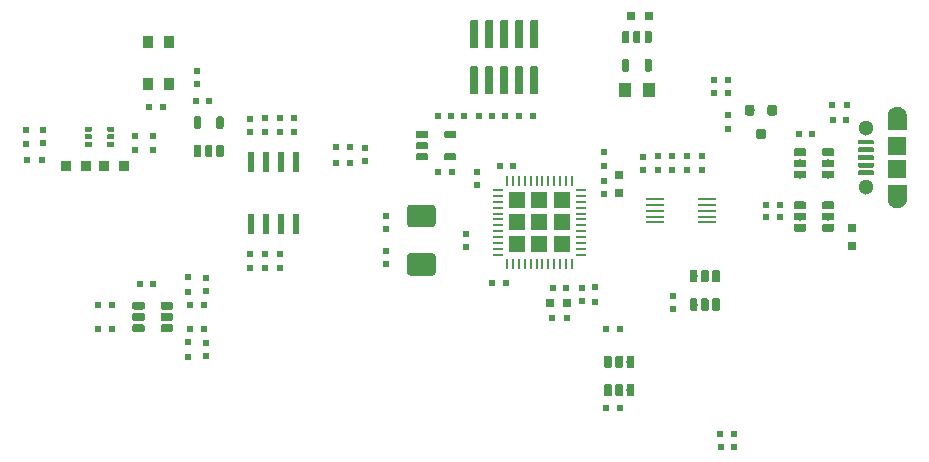
<source format=gtp>
G04 #@! TF.GenerationSoftware,KiCad,Pcbnew,(5.0.0)*
G04 #@! TF.CreationDate,2018-08-10T21:54:07-04:00*
G04 #@! TF.ProjectId,scope-footswitch,73636F70652D666F6F74737769746368,1*
G04 #@! TF.SameCoordinates,Original*
G04 #@! TF.FileFunction,Paste,Top*
G04 #@! TF.FilePolarity,Positive*
%FSLAX46Y46*%
G04 Gerber Fmt 4.6, Leading zero omitted, Abs format (unit mm)*
G04 Created by KiCad (PCBNEW (5.0.0)) date 08/10/18 21:54:07*
%MOMM*%
%LPD*%
G01*
G04 APERTURE LIST*
%ADD10R,0.600000X1.800000*%
%ADD11C,0.100000*%
%ADD12C,0.800000*%
%ADD13C,0.650000*%
%ADD14C,0.600000*%
%ADD15R,1.466666X1.466666*%
%ADD16O,0.250000X0.900000*%
%ADD17O,0.900000X0.250000*%
%ADD18R,0.600000X0.600000*%
%ADD19R,1.500000X0.250000*%
%ADD20C,0.420000*%
%ADD21C,0.430000*%
%ADD22R,0.800000X0.800000*%
%ADD23R,1.000000X1.250000*%
%ADD24C,0.400000*%
%ADD25C,1.600000*%
%ADD26C,1.300000*%
%ADD27R,1.600000X1.500000*%
%ADD28C,0.700000*%
%ADD29R,0.900000X0.900000*%
%ADD30R,0.900000X1.000000*%
%ADD31C,1.900000*%
G04 APERTURE END LIST*
D10*
G04 #@! TO.C,U3*
X136255000Y-93800000D03*
X136255000Y-88600000D03*
X134985000Y-93800000D03*
X134985000Y-88600000D03*
X133715000Y-93800000D03*
X133715000Y-88600000D03*
X132445000Y-93800000D03*
X132445000Y-88600000D03*
G04 #@! TD*
D11*
G04 #@! TO.C,D1*
G36*
X174869603Y-83750963D02*
X174889018Y-83753843D01*
X174908057Y-83758612D01*
X174926537Y-83765224D01*
X174944279Y-83773616D01*
X174961114Y-83783706D01*
X174976879Y-83795398D01*
X174991421Y-83808579D01*
X175004602Y-83823121D01*
X175016294Y-83838886D01*
X175026384Y-83855721D01*
X175034776Y-83873463D01*
X175041388Y-83891943D01*
X175046157Y-83910982D01*
X175049037Y-83930397D01*
X175050000Y-83950000D01*
X175050000Y-84450000D01*
X175049037Y-84469603D01*
X175046157Y-84489018D01*
X175041388Y-84508057D01*
X175034776Y-84526537D01*
X175026384Y-84544279D01*
X175016294Y-84561114D01*
X175004602Y-84576879D01*
X174991421Y-84591421D01*
X174976879Y-84604602D01*
X174961114Y-84616294D01*
X174944279Y-84626384D01*
X174926537Y-84634776D01*
X174908057Y-84641388D01*
X174889018Y-84646157D01*
X174869603Y-84649037D01*
X174850000Y-84650000D01*
X174450000Y-84650000D01*
X174430397Y-84649037D01*
X174410982Y-84646157D01*
X174391943Y-84641388D01*
X174373463Y-84634776D01*
X174355721Y-84626384D01*
X174338886Y-84616294D01*
X174323121Y-84604602D01*
X174308579Y-84591421D01*
X174295398Y-84576879D01*
X174283706Y-84561114D01*
X174273616Y-84544279D01*
X174265224Y-84526537D01*
X174258612Y-84508057D01*
X174253843Y-84489018D01*
X174250963Y-84469603D01*
X174250000Y-84450000D01*
X174250000Y-83950000D01*
X174250963Y-83930397D01*
X174253843Y-83910982D01*
X174258612Y-83891943D01*
X174265224Y-83873463D01*
X174273616Y-83855721D01*
X174283706Y-83838886D01*
X174295398Y-83823121D01*
X174308579Y-83808579D01*
X174323121Y-83795398D01*
X174338886Y-83783706D01*
X174355721Y-83773616D01*
X174373463Y-83765224D01*
X174391943Y-83758612D01*
X174410982Y-83753843D01*
X174430397Y-83750963D01*
X174450000Y-83750000D01*
X174850000Y-83750000D01*
X174869603Y-83750963D01*
X174869603Y-83750963D01*
G37*
D12*
X174650000Y-84200000D03*
D11*
G36*
X175819603Y-85750963D02*
X175839018Y-85753843D01*
X175858057Y-85758612D01*
X175876537Y-85765224D01*
X175894279Y-85773616D01*
X175911114Y-85783706D01*
X175926879Y-85795398D01*
X175941421Y-85808579D01*
X175954602Y-85823121D01*
X175966294Y-85838886D01*
X175976384Y-85855721D01*
X175984776Y-85873463D01*
X175991388Y-85891943D01*
X175996157Y-85910982D01*
X175999037Y-85930397D01*
X176000000Y-85950000D01*
X176000000Y-86450000D01*
X175999037Y-86469603D01*
X175996157Y-86489018D01*
X175991388Y-86508057D01*
X175984776Y-86526537D01*
X175976384Y-86544279D01*
X175966294Y-86561114D01*
X175954602Y-86576879D01*
X175941421Y-86591421D01*
X175926879Y-86604602D01*
X175911114Y-86616294D01*
X175894279Y-86626384D01*
X175876537Y-86634776D01*
X175858057Y-86641388D01*
X175839018Y-86646157D01*
X175819603Y-86649037D01*
X175800000Y-86650000D01*
X175400000Y-86650000D01*
X175380397Y-86649037D01*
X175360982Y-86646157D01*
X175341943Y-86641388D01*
X175323463Y-86634776D01*
X175305721Y-86626384D01*
X175288886Y-86616294D01*
X175273121Y-86604602D01*
X175258579Y-86591421D01*
X175245398Y-86576879D01*
X175233706Y-86561114D01*
X175223616Y-86544279D01*
X175215224Y-86526537D01*
X175208612Y-86508057D01*
X175203843Y-86489018D01*
X175200963Y-86469603D01*
X175200000Y-86450000D01*
X175200000Y-85950000D01*
X175200963Y-85930397D01*
X175203843Y-85910982D01*
X175208612Y-85891943D01*
X175215224Y-85873463D01*
X175223616Y-85855721D01*
X175233706Y-85838886D01*
X175245398Y-85823121D01*
X175258579Y-85808579D01*
X175273121Y-85795398D01*
X175288886Y-85783706D01*
X175305721Y-85773616D01*
X175323463Y-85765224D01*
X175341943Y-85758612D01*
X175360982Y-85753843D01*
X175380397Y-85750963D01*
X175400000Y-85750000D01*
X175800000Y-85750000D01*
X175819603Y-85750963D01*
X175819603Y-85750963D01*
G37*
D12*
X175600000Y-86200000D03*
D11*
G36*
X176769603Y-83750963D02*
X176789018Y-83753843D01*
X176808057Y-83758612D01*
X176826537Y-83765224D01*
X176844279Y-83773616D01*
X176861114Y-83783706D01*
X176876879Y-83795398D01*
X176891421Y-83808579D01*
X176904602Y-83823121D01*
X176916294Y-83838886D01*
X176926384Y-83855721D01*
X176934776Y-83873463D01*
X176941388Y-83891943D01*
X176946157Y-83910982D01*
X176949037Y-83930397D01*
X176950000Y-83950000D01*
X176950000Y-84450000D01*
X176949037Y-84469603D01*
X176946157Y-84489018D01*
X176941388Y-84508057D01*
X176934776Y-84526537D01*
X176926384Y-84544279D01*
X176916294Y-84561114D01*
X176904602Y-84576879D01*
X176891421Y-84591421D01*
X176876879Y-84604602D01*
X176861114Y-84616294D01*
X176844279Y-84626384D01*
X176826537Y-84634776D01*
X176808057Y-84641388D01*
X176789018Y-84646157D01*
X176769603Y-84649037D01*
X176750000Y-84650000D01*
X176350000Y-84650000D01*
X176330397Y-84649037D01*
X176310982Y-84646157D01*
X176291943Y-84641388D01*
X176273463Y-84634776D01*
X176255721Y-84626384D01*
X176238886Y-84616294D01*
X176223121Y-84604602D01*
X176208579Y-84591421D01*
X176195398Y-84576879D01*
X176183706Y-84561114D01*
X176173616Y-84544279D01*
X176165224Y-84526537D01*
X176158612Y-84508057D01*
X176153843Y-84489018D01*
X176150963Y-84469603D01*
X176150000Y-84450000D01*
X176150000Y-83950000D01*
X176150963Y-83930397D01*
X176153843Y-83910982D01*
X176158612Y-83891943D01*
X176165224Y-83873463D01*
X176173616Y-83855721D01*
X176183706Y-83838886D01*
X176195398Y-83823121D01*
X176208579Y-83808579D01*
X176223121Y-83795398D01*
X176238886Y-83783706D01*
X176255721Y-83773616D01*
X176273463Y-83765224D01*
X176291943Y-83758612D01*
X176310982Y-83753843D01*
X176330397Y-83750963D01*
X176350000Y-83750000D01*
X176750000Y-83750000D01*
X176769603Y-83750963D01*
X176769603Y-83750963D01*
G37*
D12*
X176550000Y-84200000D03*
G04 #@! TD*
D11*
G04 #@! TO.C,U2*
G36*
X179278428Y-93825782D02*
X179294202Y-93828122D01*
X179309671Y-93831997D01*
X179324686Y-93837370D01*
X179339102Y-93844188D01*
X179352780Y-93852386D01*
X179365589Y-93861886D01*
X179377405Y-93872595D01*
X179388114Y-93884411D01*
X179397614Y-93897220D01*
X179405812Y-93910898D01*
X179412630Y-93925314D01*
X179418003Y-93940329D01*
X179421878Y-93955798D01*
X179424218Y-93971572D01*
X179425000Y-93987500D01*
X179425000Y-94312500D01*
X179424218Y-94328428D01*
X179421878Y-94344202D01*
X179418003Y-94359671D01*
X179412630Y-94374686D01*
X179405812Y-94389102D01*
X179397614Y-94402780D01*
X179388114Y-94415589D01*
X179377405Y-94427405D01*
X179365589Y-94438114D01*
X179352780Y-94447614D01*
X179339102Y-94455812D01*
X179324686Y-94462630D01*
X179309671Y-94468003D01*
X179294202Y-94471878D01*
X179278428Y-94474218D01*
X179262500Y-94475000D01*
X178537500Y-94475000D01*
X178521572Y-94474218D01*
X178505798Y-94471878D01*
X178490329Y-94468003D01*
X178475314Y-94462630D01*
X178460898Y-94455812D01*
X178447220Y-94447614D01*
X178434411Y-94438114D01*
X178422595Y-94427405D01*
X178411886Y-94415589D01*
X178402386Y-94402780D01*
X178394188Y-94389102D01*
X178387370Y-94374686D01*
X178381997Y-94359671D01*
X178378122Y-94344202D01*
X178375782Y-94328428D01*
X178375000Y-94312500D01*
X178375000Y-93987500D01*
X178375782Y-93971572D01*
X178378122Y-93955798D01*
X178381997Y-93940329D01*
X178387370Y-93925314D01*
X178394188Y-93910898D01*
X178402386Y-93897220D01*
X178411886Y-93884411D01*
X178422595Y-93872595D01*
X178434411Y-93861886D01*
X178447220Y-93852386D01*
X178460898Y-93844188D01*
X178475314Y-93837370D01*
X178490329Y-93831997D01*
X178505798Y-93828122D01*
X178521572Y-93825782D01*
X178537500Y-93825000D01*
X179262500Y-93825000D01*
X179278428Y-93825782D01*
X179278428Y-93825782D01*
G37*
D13*
X178900000Y-94150000D03*
D11*
G36*
X181678428Y-93825782D02*
X181694202Y-93828122D01*
X181709671Y-93831997D01*
X181724686Y-93837370D01*
X181739102Y-93844188D01*
X181752780Y-93852386D01*
X181765589Y-93861886D01*
X181777405Y-93872595D01*
X181788114Y-93884411D01*
X181797614Y-93897220D01*
X181805812Y-93910898D01*
X181812630Y-93925314D01*
X181818003Y-93940329D01*
X181821878Y-93955798D01*
X181824218Y-93971572D01*
X181825000Y-93987500D01*
X181825000Y-94312500D01*
X181824218Y-94328428D01*
X181821878Y-94344202D01*
X181818003Y-94359671D01*
X181812630Y-94374686D01*
X181805812Y-94389102D01*
X181797614Y-94402780D01*
X181788114Y-94415589D01*
X181777405Y-94427405D01*
X181765589Y-94438114D01*
X181752780Y-94447614D01*
X181739102Y-94455812D01*
X181724686Y-94462630D01*
X181709671Y-94468003D01*
X181694202Y-94471878D01*
X181678428Y-94474218D01*
X181662500Y-94475000D01*
X180937500Y-94475000D01*
X180921572Y-94474218D01*
X180905798Y-94471878D01*
X180890329Y-94468003D01*
X180875314Y-94462630D01*
X180860898Y-94455812D01*
X180847220Y-94447614D01*
X180834411Y-94438114D01*
X180822595Y-94427405D01*
X180811886Y-94415589D01*
X180802386Y-94402780D01*
X180794188Y-94389102D01*
X180787370Y-94374686D01*
X180781997Y-94359671D01*
X180778122Y-94344202D01*
X180775782Y-94328428D01*
X180775000Y-94312500D01*
X180775000Y-93987500D01*
X180775782Y-93971572D01*
X180778122Y-93955798D01*
X180781997Y-93940329D01*
X180787370Y-93925314D01*
X180794188Y-93910898D01*
X180802386Y-93897220D01*
X180811886Y-93884411D01*
X180822595Y-93872595D01*
X180834411Y-93861886D01*
X180847220Y-93852386D01*
X180860898Y-93844188D01*
X180875314Y-93837370D01*
X180890329Y-93831997D01*
X180905798Y-93828122D01*
X180921572Y-93825782D01*
X180937500Y-93825000D01*
X181662500Y-93825000D01*
X181678428Y-93825782D01*
X181678428Y-93825782D01*
G37*
D13*
X181300000Y-94150000D03*
D11*
G36*
X179278428Y-92875782D02*
X179294202Y-92878122D01*
X179309671Y-92881997D01*
X179324686Y-92887370D01*
X179339102Y-92894188D01*
X179352780Y-92902386D01*
X179365589Y-92911886D01*
X179377405Y-92922595D01*
X179388114Y-92934411D01*
X179397614Y-92947220D01*
X179405812Y-92960898D01*
X179412630Y-92975314D01*
X179418003Y-92990329D01*
X179421878Y-93005798D01*
X179424218Y-93021572D01*
X179425000Y-93037500D01*
X179425000Y-93362500D01*
X179424218Y-93378428D01*
X179421878Y-93394202D01*
X179418003Y-93409671D01*
X179412630Y-93424686D01*
X179405812Y-93439102D01*
X179397614Y-93452780D01*
X179388114Y-93465589D01*
X179377405Y-93477405D01*
X179365589Y-93488114D01*
X179352780Y-93497614D01*
X179339102Y-93505812D01*
X179324686Y-93512630D01*
X179309671Y-93518003D01*
X179294202Y-93521878D01*
X179278428Y-93524218D01*
X179262500Y-93525000D01*
X178537500Y-93525000D01*
X178521572Y-93524218D01*
X178505798Y-93521878D01*
X178490329Y-93518003D01*
X178475314Y-93512630D01*
X178460898Y-93505812D01*
X178447220Y-93497614D01*
X178434411Y-93488114D01*
X178422595Y-93477405D01*
X178411886Y-93465589D01*
X178402386Y-93452780D01*
X178394188Y-93439102D01*
X178387370Y-93424686D01*
X178381997Y-93409671D01*
X178378122Y-93394202D01*
X178375782Y-93378428D01*
X178375000Y-93362500D01*
X178375000Y-93037500D01*
X178375782Y-93021572D01*
X178378122Y-93005798D01*
X178381997Y-92990329D01*
X178387370Y-92975314D01*
X178394188Y-92960898D01*
X178402386Y-92947220D01*
X178411886Y-92934411D01*
X178422595Y-92922595D01*
X178434411Y-92911886D01*
X178447220Y-92902386D01*
X178460898Y-92894188D01*
X178475314Y-92887370D01*
X178490329Y-92881997D01*
X178505798Y-92878122D01*
X178521572Y-92875782D01*
X178537500Y-92875000D01*
X179262500Y-92875000D01*
X179278428Y-92875782D01*
X179278428Y-92875782D01*
G37*
D13*
X178900000Y-93200000D03*
D11*
G36*
X181678428Y-92875782D02*
X181694202Y-92878122D01*
X181709671Y-92881997D01*
X181724686Y-92887370D01*
X181739102Y-92894188D01*
X181752780Y-92902386D01*
X181765589Y-92911886D01*
X181777405Y-92922595D01*
X181788114Y-92934411D01*
X181797614Y-92947220D01*
X181805812Y-92960898D01*
X181812630Y-92975314D01*
X181818003Y-92990329D01*
X181821878Y-93005798D01*
X181824218Y-93021572D01*
X181825000Y-93037500D01*
X181825000Y-93362500D01*
X181824218Y-93378428D01*
X181821878Y-93394202D01*
X181818003Y-93409671D01*
X181812630Y-93424686D01*
X181805812Y-93439102D01*
X181797614Y-93452780D01*
X181788114Y-93465589D01*
X181777405Y-93477405D01*
X181765589Y-93488114D01*
X181752780Y-93497614D01*
X181739102Y-93505812D01*
X181724686Y-93512630D01*
X181709671Y-93518003D01*
X181694202Y-93521878D01*
X181678428Y-93524218D01*
X181662500Y-93525000D01*
X180937500Y-93525000D01*
X180921572Y-93524218D01*
X180905798Y-93521878D01*
X180890329Y-93518003D01*
X180875314Y-93512630D01*
X180860898Y-93505812D01*
X180847220Y-93497614D01*
X180834411Y-93488114D01*
X180822595Y-93477405D01*
X180811886Y-93465589D01*
X180802386Y-93452780D01*
X180794188Y-93439102D01*
X180787370Y-93424686D01*
X180781997Y-93409671D01*
X180778122Y-93394202D01*
X180775782Y-93378428D01*
X180775000Y-93362500D01*
X180775000Y-93037500D01*
X180775782Y-93021572D01*
X180778122Y-93005798D01*
X180781997Y-92990329D01*
X180787370Y-92975314D01*
X180794188Y-92960898D01*
X180802386Y-92947220D01*
X180811886Y-92934411D01*
X180822595Y-92922595D01*
X180834411Y-92911886D01*
X180847220Y-92902386D01*
X180860898Y-92894188D01*
X180875314Y-92887370D01*
X180890329Y-92881997D01*
X180905798Y-92878122D01*
X180921572Y-92875782D01*
X180937500Y-92875000D01*
X181662500Y-92875000D01*
X181678428Y-92875782D01*
X181678428Y-92875782D01*
G37*
D13*
X181300000Y-93200000D03*
D11*
G36*
X179278428Y-91925782D02*
X179294202Y-91928122D01*
X179309671Y-91931997D01*
X179324686Y-91937370D01*
X179339102Y-91944188D01*
X179352780Y-91952386D01*
X179365589Y-91961886D01*
X179377405Y-91972595D01*
X179388114Y-91984411D01*
X179397614Y-91997220D01*
X179405812Y-92010898D01*
X179412630Y-92025314D01*
X179418003Y-92040329D01*
X179421878Y-92055798D01*
X179424218Y-92071572D01*
X179425000Y-92087500D01*
X179425000Y-92412500D01*
X179424218Y-92428428D01*
X179421878Y-92444202D01*
X179418003Y-92459671D01*
X179412630Y-92474686D01*
X179405812Y-92489102D01*
X179397614Y-92502780D01*
X179388114Y-92515589D01*
X179377405Y-92527405D01*
X179365589Y-92538114D01*
X179352780Y-92547614D01*
X179339102Y-92555812D01*
X179324686Y-92562630D01*
X179309671Y-92568003D01*
X179294202Y-92571878D01*
X179278428Y-92574218D01*
X179262500Y-92575000D01*
X178537500Y-92575000D01*
X178521572Y-92574218D01*
X178505798Y-92571878D01*
X178490329Y-92568003D01*
X178475314Y-92562630D01*
X178460898Y-92555812D01*
X178447220Y-92547614D01*
X178434411Y-92538114D01*
X178422595Y-92527405D01*
X178411886Y-92515589D01*
X178402386Y-92502780D01*
X178394188Y-92489102D01*
X178387370Y-92474686D01*
X178381997Y-92459671D01*
X178378122Y-92444202D01*
X178375782Y-92428428D01*
X178375000Y-92412500D01*
X178375000Y-92087500D01*
X178375782Y-92071572D01*
X178378122Y-92055798D01*
X178381997Y-92040329D01*
X178387370Y-92025314D01*
X178394188Y-92010898D01*
X178402386Y-91997220D01*
X178411886Y-91984411D01*
X178422595Y-91972595D01*
X178434411Y-91961886D01*
X178447220Y-91952386D01*
X178460898Y-91944188D01*
X178475314Y-91937370D01*
X178490329Y-91931997D01*
X178505798Y-91928122D01*
X178521572Y-91925782D01*
X178537500Y-91925000D01*
X179262500Y-91925000D01*
X179278428Y-91925782D01*
X179278428Y-91925782D01*
G37*
D13*
X178900000Y-92250000D03*
D11*
G36*
X181678428Y-91925782D02*
X181694202Y-91928122D01*
X181709671Y-91931997D01*
X181724686Y-91937370D01*
X181739102Y-91944188D01*
X181752780Y-91952386D01*
X181765589Y-91961886D01*
X181777405Y-91972595D01*
X181788114Y-91984411D01*
X181797614Y-91997220D01*
X181805812Y-92010898D01*
X181812630Y-92025314D01*
X181818003Y-92040329D01*
X181821878Y-92055798D01*
X181824218Y-92071572D01*
X181825000Y-92087500D01*
X181825000Y-92412500D01*
X181824218Y-92428428D01*
X181821878Y-92444202D01*
X181818003Y-92459671D01*
X181812630Y-92474686D01*
X181805812Y-92489102D01*
X181797614Y-92502780D01*
X181788114Y-92515589D01*
X181777405Y-92527405D01*
X181765589Y-92538114D01*
X181752780Y-92547614D01*
X181739102Y-92555812D01*
X181724686Y-92562630D01*
X181709671Y-92568003D01*
X181694202Y-92571878D01*
X181678428Y-92574218D01*
X181662500Y-92575000D01*
X180937500Y-92575000D01*
X180921572Y-92574218D01*
X180905798Y-92571878D01*
X180890329Y-92568003D01*
X180875314Y-92562630D01*
X180860898Y-92555812D01*
X180847220Y-92547614D01*
X180834411Y-92538114D01*
X180822595Y-92527405D01*
X180811886Y-92515589D01*
X180802386Y-92502780D01*
X180794188Y-92489102D01*
X180787370Y-92474686D01*
X180781997Y-92459671D01*
X180778122Y-92444202D01*
X180775782Y-92428428D01*
X180775000Y-92412500D01*
X180775000Y-92087500D01*
X180775782Y-92071572D01*
X180778122Y-92055798D01*
X180781997Y-92040329D01*
X180787370Y-92025314D01*
X180794188Y-92010898D01*
X180802386Y-91997220D01*
X180811886Y-91984411D01*
X180822595Y-91972595D01*
X180834411Y-91961886D01*
X180847220Y-91952386D01*
X180860898Y-91944188D01*
X180875314Y-91937370D01*
X180890329Y-91931997D01*
X180905798Y-91928122D01*
X180921572Y-91925782D01*
X180937500Y-91925000D01*
X181662500Y-91925000D01*
X181678428Y-91925782D01*
X181678428Y-91925782D01*
G37*
D13*
X181300000Y-92250000D03*
G04 #@! TD*
D11*
G04 #@! TO.C,U8*
G36*
X164728428Y-107375782D02*
X164744202Y-107378122D01*
X164759671Y-107381997D01*
X164774686Y-107387370D01*
X164789102Y-107394188D01*
X164802780Y-107402386D01*
X164815589Y-107411886D01*
X164827405Y-107422595D01*
X164838114Y-107434411D01*
X164847614Y-107447220D01*
X164855812Y-107460898D01*
X164862630Y-107475314D01*
X164868003Y-107490329D01*
X164871878Y-107505798D01*
X164874218Y-107521572D01*
X164875000Y-107537500D01*
X164875000Y-108262500D01*
X164874218Y-108278428D01*
X164871878Y-108294202D01*
X164868003Y-108309671D01*
X164862630Y-108324686D01*
X164855812Y-108339102D01*
X164847614Y-108352780D01*
X164838114Y-108365589D01*
X164827405Y-108377405D01*
X164815589Y-108388114D01*
X164802780Y-108397614D01*
X164789102Y-108405812D01*
X164774686Y-108412630D01*
X164759671Y-108418003D01*
X164744202Y-108421878D01*
X164728428Y-108424218D01*
X164712500Y-108425000D01*
X164387500Y-108425000D01*
X164371572Y-108424218D01*
X164355798Y-108421878D01*
X164340329Y-108418003D01*
X164325314Y-108412630D01*
X164310898Y-108405812D01*
X164297220Y-108397614D01*
X164284411Y-108388114D01*
X164272595Y-108377405D01*
X164261886Y-108365589D01*
X164252386Y-108352780D01*
X164244188Y-108339102D01*
X164237370Y-108324686D01*
X164231997Y-108309671D01*
X164228122Y-108294202D01*
X164225782Y-108278428D01*
X164225000Y-108262500D01*
X164225000Y-107537500D01*
X164225782Y-107521572D01*
X164228122Y-107505798D01*
X164231997Y-107490329D01*
X164237370Y-107475314D01*
X164244188Y-107460898D01*
X164252386Y-107447220D01*
X164261886Y-107434411D01*
X164272595Y-107422595D01*
X164284411Y-107411886D01*
X164297220Y-107402386D01*
X164310898Y-107394188D01*
X164325314Y-107387370D01*
X164340329Y-107381997D01*
X164355798Y-107378122D01*
X164371572Y-107375782D01*
X164387500Y-107375000D01*
X164712500Y-107375000D01*
X164728428Y-107375782D01*
X164728428Y-107375782D01*
G37*
D13*
X164550000Y-107900000D03*
D11*
G36*
X164728428Y-104975782D02*
X164744202Y-104978122D01*
X164759671Y-104981997D01*
X164774686Y-104987370D01*
X164789102Y-104994188D01*
X164802780Y-105002386D01*
X164815589Y-105011886D01*
X164827405Y-105022595D01*
X164838114Y-105034411D01*
X164847614Y-105047220D01*
X164855812Y-105060898D01*
X164862630Y-105075314D01*
X164868003Y-105090329D01*
X164871878Y-105105798D01*
X164874218Y-105121572D01*
X164875000Y-105137500D01*
X164875000Y-105862500D01*
X164874218Y-105878428D01*
X164871878Y-105894202D01*
X164868003Y-105909671D01*
X164862630Y-105924686D01*
X164855812Y-105939102D01*
X164847614Y-105952780D01*
X164838114Y-105965589D01*
X164827405Y-105977405D01*
X164815589Y-105988114D01*
X164802780Y-105997614D01*
X164789102Y-106005812D01*
X164774686Y-106012630D01*
X164759671Y-106018003D01*
X164744202Y-106021878D01*
X164728428Y-106024218D01*
X164712500Y-106025000D01*
X164387500Y-106025000D01*
X164371572Y-106024218D01*
X164355798Y-106021878D01*
X164340329Y-106018003D01*
X164325314Y-106012630D01*
X164310898Y-106005812D01*
X164297220Y-105997614D01*
X164284411Y-105988114D01*
X164272595Y-105977405D01*
X164261886Y-105965589D01*
X164252386Y-105952780D01*
X164244188Y-105939102D01*
X164237370Y-105924686D01*
X164231997Y-105909671D01*
X164228122Y-105894202D01*
X164225782Y-105878428D01*
X164225000Y-105862500D01*
X164225000Y-105137500D01*
X164225782Y-105121572D01*
X164228122Y-105105798D01*
X164231997Y-105090329D01*
X164237370Y-105075314D01*
X164244188Y-105060898D01*
X164252386Y-105047220D01*
X164261886Y-105034411D01*
X164272595Y-105022595D01*
X164284411Y-105011886D01*
X164297220Y-105002386D01*
X164310898Y-104994188D01*
X164325314Y-104987370D01*
X164340329Y-104981997D01*
X164355798Y-104978122D01*
X164371572Y-104975782D01*
X164387500Y-104975000D01*
X164712500Y-104975000D01*
X164728428Y-104975782D01*
X164728428Y-104975782D01*
G37*
D13*
X164550000Y-105500000D03*
D11*
G36*
X163778428Y-107375782D02*
X163794202Y-107378122D01*
X163809671Y-107381997D01*
X163824686Y-107387370D01*
X163839102Y-107394188D01*
X163852780Y-107402386D01*
X163865589Y-107411886D01*
X163877405Y-107422595D01*
X163888114Y-107434411D01*
X163897614Y-107447220D01*
X163905812Y-107460898D01*
X163912630Y-107475314D01*
X163918003Y-107490329D01*
X163921878Y-107505798D01*
X163924218Y-107521572D01*
X163925000Y-107537500D01*
X163925000Y-108262500D01*
X163924218Y-108278428D01*
X163921878Y-108294202D01*
X163918003Y-108309671D01*
X163912630Y-108324686D01*
X163905812Y-108339102D01*
X163897614Y-108352780D01*
X163888114Y-108365589D01*
X163877405Y-108377405D01*
X163865589Y-108388114D01*
X163852780Y-108397614D01*
X163839102Y-108405812D01*
X163824686Y-108412630D01*
X163809671Y-108418003D01*
X163794202Y-108421878D01*
X163778428Y-108424218D01*
X163762500Y-108425000D01*
X163437500Y-108425000D01*
X163421572Y-108424218D01*
X163405798Y-108421878D01*
X163390329Y-108418003D01*
X163375314Y-108412630D01*
X163360898Y-108405812D01*
X163347220Y-108397614D01*
X163334411Y-108388114D01*
X163322595Y-108377405D01*
X163311886Y-108365589D01*
X163302386Y-108352780D01*
X163294188Y-108339102D01*
X163287370Y-108324686D01*
X163281997Y-108309671D01*
X163278122Y-108294202D01*
X163275782Y-108278428D01*
X163275000Y-108262500D01*
X163275000Y-107537500D01*
X163275782Y-107521572D01*
X163278122Y-107505798D01*
X163281997Y-107490329D01*
X163287370Y-107475314D01*
X163294188Y-107460898D01*
X163302386Y-107447220D01*
X163311886Y-107434411D01*
X163322595Y-107422595D01*
X163334411Y-107411886D01*
X163347220Y-107402386D01*
X163360898Y-107394188D01*
X163375314Y-107387370D01*
X163390329Y-107381997D01*
X163405798Y-107378122D01*
X163421572Y-107375782D01*
X163437500Y-107375000D01*
X163762500Y-107375000D01*
X163778428Y-107375782D01*
X163778428Y-107375782D01*
G37*
D13*
X163600000Y-107900000D03*
D11*
G36*
X163778428Y-104975782D02*
X163794202Y-104978122D01*
X163809671Y-104981997D01*
X163824686Y-104987370D01*
X163839102Y-104994188D01*
X163852780Y-105002386D01*
X163865589Y-105011886D01*
X163877405Y-105022595D01*
X163888114Y-105034411D01*
X163897614Y-105047220D01*
X163905812Y-105060898D01*
X163912630Y-105075314D01*
X163918003Y-105090329D01*
X163921878Y-105105798D01*
X163924218Y-105121572D01*
X163925000Y-105137500D01*
X163925000Y-105862500D01*
X163924218Y-105878428D01*
X163921878Y-105894202D01*
X163918003Y-105909671D01*
X163912630Y-105924686D01*
X163905812Y-105939102D01*
X163897614Y-105952780D01*
X163888114Y-105965589D01*
X163877405Y-105977405D01*
X163865589Y-105988114D01*
X163852780Y-105997614D01*
X163839102Y-106005812D01*
X163824686Y-106012630D01*
X163809671Y-106018003D01*
X163794202Y-106021878D01*
X163778428Y-106024218D01*
X163762500Y-106025000D01*
X163437500Y-106025000D01*
X163421572Y-106024218D01*
X163405798Y-106021878D01*
X163390329Y-106018003D01*
X163375314Y-106012630D01*
X163360898Y-106005812D01*
X163347220Y-105997614D01*
X163334411Y-105988114D01*
X163322595Y-105977405D01*
X163311886Y-105965589D01*
X163302386Y-105952780D01*
X163294188Y-105939102D01*
X163287370Y-105924686D01*
X163281997Y-105909671D01*
X163278122Y-105894202D01*
X163275782Y-105878428D01*
X163275000Y-105862500D01*
X163275000Y-105137500D01*
X163275782Y-105121572D01*
X163278122Y-105105798D01*
X163281997Y-105090329D01*
X163287370Y-105075314D01*
X163294188Y-105060898D01*
X163302386Y-105047220D01*
X163311886Y-105034411D01*
X163322595Y-105022595D01*
X163334411Y-105011886D01*
X163347220Y-105002386D01*
X163360898Y-104994188D01*
X163375314Y-104987370D01*
X163390329Y-104981997D01*
X163405798Y-104978122D01*
X163421572Y-104975782D01*
X163437500Y-104975000D01*
X163762500Y-104975000D01*
X163778428Y-104975782D01*
X163778428Y-104975782D01*
G37*
D13*
X163600000Y-105500000D03*
D11*
G36*
X162828428Y-107375782D02*
X162844202Y-107378122D01*
X162859671Y-107381997D01*
X162874686Y-107387370D01*
X162889102Y-107394188D01*
X162902780Y-107402386D01*
X162915589Y-107411886D01*
X162927405Y-107422595D01*
X162938114Y-107434411D01*
X162947614Y-107447220D01*
X162955812Y-107460898D01*
X162962630Y-107475314D01*
X162968003Y-107490329D01*
X162971878Y-107505798D01*
X162974218Y-107521572D01*
X162975000Y-107537500D01*
X162975000Y-108262500D01*
X162974218Y-108278428D01*
X162971878Y-108294202D01*
X162968003Y-108309671D01*
X162962630Y-108324686D01*
X162955812Y-108339102D01*
X162947614Y-108352780D01*
X162938114Y-108365589D01*
X162927405Y-108377405D01*
X162915589Y-108388114D01*
X162902780Y-108397614D01*
X162889102Y-108405812D01*
X162874686Y-108412630D01*
X162859671Y-108418003D01*
X162844202Y-108421878D01*
X162828428Y-108424218D01*
X162812500Y-108425000D01*
X162487500Y-108425000D01*
X162471572Y-108424218D01*
X162455798Y-108421878D01*
X162440329Y-108418003D01*
X162425314Y-108412630D01*
X162410898Y-108405812D01*
X162397220Y-108397614D01*
X162384411Y-108388114D01*
X162372595Y-108377405D01*
X162361886Y-108365589D01*
X162352386Y-108352780D01*
X162344188Y-108339102D01*
X162337370Y-108324686D01*
X162331997Y-108309671D01*
X162328122Y-108294202D01*
X162325782Y-108278428D01*
X162325000Y-108262500D01*
X162325000Y-107537500D01*
X162325782Y-107521572D01*
X162328122Y-107505798D01*
X162331997Y-107490329D01*
X162337370Y-107475314D01*
X162344188Y-107460898D01*
X162352386Y-107447220D01*
X162361886Y-107434411D01*
X162372595Y-107422595D01*
X162384411Y-107411886D01*
X162397220Y-107402386D01*
X162410898Y-107394188D01*
X162425314Y-107387370D01*
X162440329Y-107381997D01*
X162455798Y-107378122D01*
X162471572Y-107375782D01*
X162487500Y-107375000D01*
X162812500Y-107375000D01*
X162828428Y-107375782D01*
X162828428Y-107375782D01*
G37*
D13*
X162650000Y-107900000D03*
D11*
G36*
X162828428Y-104975782D02*
X162844202Y-104978122D01*
X162859671Y-104981997D01*
X162874686Y-104987370D01*
X162889102Y-104994188D01*
X162902780Y-105002386D01*
X162915589Y-105011886D01*
X162927405Y-105022595D01*
X162938114Y-105034411D01*
X162947614Y-105047220D01*
X162955812Y-105060898D01*
X162962630Y-105075314D01*
X162968003Y-105090329D01*
X162971878Y-105105798D01*
X162974218Y-105121572D01*
X162975000Y-105137500D01*
X162975000Y-105862500D01*
X162974218Y-105878428D01*
X162971878Y-105894202D01*
X162968003Y-105909671D01*
X162962630Y-105924686D01*
X162955812Y-105939102D01*
X162947614Y-105952780D01*
X162938114Y-105965589D01*
X162927405Y-105977405D01*
X162915589Y-105988114D01*
X162902780Y-105997614D01*
X162889102Y-106005812D01*
X162874686Y-106012630D01*
X162859671Y-106018003D01*
X162844202Y-106021878D01*
X162828428Y-106024218D01*
X162812500Y-106025000D01*
X162487500Y-106025000D01*
X162471572Y-106024218D01*
X162455798Y-106021878D01*
X162440329Y-106018003D01*
X162425314Y-106012630D01*
X162410898Y-106005812D01*
X162397220Y-105997614D01*
X162384411Y-105988114D01*
X162372595Y-105977405D01*
X162361886Y-105965589D01*
X162352386Y-105952780D01*
X162344188Y-105939102D01*
X162337370Y-105924686D01*
X162331997Y-105909671D01*
X162328122Y-105894202D01*
X162325782Y-105878428D01*
X162325000Y-105862500D01*
X162325000Y-105137500D01*
X162325782Y-105121572D01*
X162328122Y-105105798D01*
X162331997Y-105090329D01*
X162337370Y-105075314D01*
X162344188Y-105060898D01*
X162352386Y-105047220D01*
X162361886Y-105034411D01*
X162372595Y-105022595D01*
X162384411Y-105011886D01*
X162397220Y-105002386D01*
X162410898Y-104994188D01*
X162425314Y-104987370D01*
X162440329Y-104981997D01*
X162455798Y-104978122D01*
X162471572Y-104975782D01*
X162487500Y-104975000D01*
X162812500Y-104975000D01*
X162828428Y-104975782D01*
X162828428Y-104975782D01*
G37*
D13*
X162650000Y-105500000D03*
G04 #@! TD*
D11*
G04 #@! TO.C,U5*
G36*
X166214703Y-79875722D02*
X166229264Y-79877882D01*
X166243543Y-79881459D01*
X166257403Y-79886418D01*
X166270710Y-79892712D01*
X166283336Y-79900280D01*
X166295159Y-79909048D01*
X166306066Y-79918934D01*
X166315952Y-79929841D01*
X166324720Y-79941664D01*
X166332288Y-79954290D01*
X166338582Y-79967597D01*
X166343541Y-79981457D01*
X166347118Y-79995736D01*
X166349278Y-80010297D01*
X166350000Y-80025000D01*
X166350000Y-80775000D01*
X166349278Y-80789703D01*
X166347118Y-80804264D01*
X166343541Y-80818543D01*
X166338582Y-80832403D01*
X166332288Y-80845710D01*
X166324720Y-80858336D01*
X166315952Y-80870159D01*
X166306066Y-80881066D01*
X166295159Y-80890952D01*
X166283336Y-80899720D01*
X166270710Y-80907288D01*
X166257403Y-80913582D01*
X166243543Y-80918541D01*
X166229264Y-80922118D01*
X166214703Y-80924278D01*
X166200000Y-80925000D01*
X165900000Y-80925000D01*
X165885297Y-80924278D01*
X165870736Y-80922118D01*
X165856457Y-80918541D01*
X165842597Y-80913582D01*
X165829290Y-80907288D01*
X165816664Y-80899720D01*
X165804841Y-80890952D01*
X165793934Y-80881066D01*
X165784048Y-80870159D01*
X165775280Y-80858336D01*
X165767712Y-80845710D01*
X165761418Y-80832403D01*
X165756459Y-80818543D01*
X165752882Y-80804264D01*
X165750722Y-80789703D01*
X165750000Y-80775000D01*
X165750000Y-80025000D01*
X165750722Y-80010297D01*
X165752882Y-79995736D01*
X165756459Y-79981457D01*
X165761418Y-79967597D01*
X165767712Y-79954290D01*
X165775280Y-79941664D01*
X165784048Y-79929841D01*
X165793934Y-79918934D01*
X165804841Y-79909048D01*
X165816664Y-79900280D01*
X165829290Y-79892712D01*
X165842597Y-79886418D01*
X165856457Y-79881459D01*
X165870736Y-79877882D01*
X165885297Y-79875722D01*
X165900000Y-79875000D01*
X166200000Y-79875000D01*
X166214703Y-79875722D01*
X166214703Y-79875722D01*
G37*
D14*
X166050000Y-80400000D03*
D11*
G36*
X164314703Y-79875722D02*
X164329264Y-79877882D01*
X164343543Y-79881459D01*
X164357403Y-79886418D01*
X164370710Y-79892712D01*
X164383336Y-79900280D01*
X164395159Y-79909048D01*
X164406066Y-79918934D01*
X164415952Y-79929841D01*
X164424720Y-79941664D01*
X164432288Y-79954290D01*
X164438582Y-79967597D01*
X164443541Y-79981457D01*
X164447118Y-79995736D01*
X164449278Y-80010297D01*
X164450000Y-80025000D01*
X164450000Y-80775000D01*
X164449278Y-80789703D01*
X164447118Y-80804264D01*
X164443541Y-80818543D01*
X164438582Y-80832403D01*
X164432288Y-80845710D01*
X164424720Y-80858336D01*
X164415952Y-80870159D01*
X164406066Y-80881066D01*
X164395159Y-80890952D01*
X164383336Y-80899720D01*
X164370710Y-80907288D01*
X164357403Y-80913582D01*
X164343543Y-80918541D01*
X164329264Y-80922118D01*
X164314703Y-80924278D01*
X164300000Y-80925000D01*
X164000000Y-80925000D01*
X163985297Y-80924278D01*
X163970736Y-80922118D01*
X163956457Y-80918541D01*
X163942597Y-80913582D01*
X163929290Y-80907288D01*
X163916664Y-80899720D01*
X163904841Y-80890952D01*
X163893934Y-80881066D01*
X163884048Y-80870159D01*
X163875280Y-80858336D01*
X163867712Y-80845710D01*
X163861418Y-80832403D01*
X163856459Y-80818543D01*
X163852882Y-80804264D01*
X163850722Y-80789703D01*
X163850000Y-80775000D01*
X163850000Y-80025000D01*
X163850722Y-80010297D01*
X163852882Y-79995736D01*
X163856459Y-79981457D01*
X163861418Y-79967597D01*
X163867712Y-79954290D01*
X163875280Y-79941664D01*
X163884048Y-79929841D01*
X163893934Y-79918934D01*
X163904841Y-79909048D01*
X163916664Y-79900280D01*
X163929290Y-79892712D01*
X163942597Y-79886418D01*
X163956457Y-79881459D01*
X163970736Y-79877882D01*
X163985297Y-79875722D01*
X164000000Y-79875000D01*
X164300000Y-79875000D01*
X164314703Y-79875722D01*
X164314703Y-79875722D01*
G37*
D14*
X164150000Y-80400000D03*
D11*
G36*
X164314703Y-77475722D02*
X164329264Y-77477882D01*
X164343543Y-77481459D01*
X164357403Y-77486418D01*
X164370710Y-77492712D01*
X164383336Y-77500280D01*
X164395159Y-77509048D01*
X164406066Y-77518934D01*
X164415952Y-77529841D01*
X164424720Y-77541664D01*
X164432288Y-77554290D01*
X164438582Y-77567597D01*
X164443541Y-77581457D01*
X164447118Y-77595736D01*
X164449278Y-77610297D01*
X164450000Y-77625000D01*
X164450000Y-78375000D01*
X164449278Y-78389703D01*
X164447118Y-78404264D01*
X164443541Y-78418543D01*
X164438582Y-78432403D01*
X164432288Y-78445710D01*
X164424720Y-78458336D01*
X164415952Y-78470159D01*
X164406066Y-78481066D01*
X164395159Y-78490952D01*
X164383336Y-78499720D01*
X164370710Y-78507288D01*
X164357403Y-78513582D01*
X164343543Y-78518541D01*
X164329264Y-78522118D01*
X164314703Y-78524278D01*
X164300000Y-78525000D01*
X164000000Y-78525000D01*
X163985297Y-78524278D01*
X163970736Y-78522118D01*
X163956457Y-78518541D01*
X163942597Y-78513582D01*
X163929290Y-78507288D01*
X163916664Y-78499720D01*
X163904841Y-78490952D01*
X163893934Y-78481066D01*
X163884048Y-78470159D01*
X163875280Y-78458336D01*
X163867712Y-78445710D01*
X163861418Y-78432403D01*
X163856459Y-78418543D01*
X163852882Y-78404264D01*
X163850722Y-78389703D01*
X163850000Y-78375000D01*
X163850000Y-77625000D01*
X163850722Y-77610297D01*
X163852882Y-77595736D01*
X163856459Y-77581457D01*
X163861418Y-77567597D01*
X163867712Y-77554290D01*
X163875280Y-77541664D01*
X163884048Y-77529841D01*
X163893934Y-77518934D01*
X163904841Y-77509048D01*
X163916664Y-77500280D01*
X163929290Y-77492712D01*
X163942597Y-77486418D01*
X163956457Y-77481459D01*
X163970736Y-77477882D01*
X163985297Y-77475722D01*
X164000000Y-77475000D01*
X164300000Y-77475000D01*
X164314703Y-77475722D01*
X164314703Y-77475722D01*
G37*
D14*
X164150000Y-78000000D03*
D11*
G36*
X165264703Y-77475722D02*
X165279264Y-77477882D01*
X165293543Y-77481459D01*
X165307403Y-77486418D01*
X165320710Y-77492712D01*
X165333336Y-77500280D01*
X165345159Y-77509048D01*
X165356066Y-77518934D01*
X165365952Y-77529841D01*
X165374720Y-77541664D01*
X165382288Y-77554290D01*
X165388582Y-77567597D01*
X165393541Y-77581457D01*
X165397118Y-77595736D01*
X165399278Y-77610297D01*
X165400000Y-77625000D01*
X165400000Y-78375000D01*
X165399278Y-78389703D01*
X165397118Y-78404264D01*
X165393541Y-78418543D01*
X165388582Y-78432403D01*
X165382288Y-78445710D01*
X165374720Y-78458336D01*
X165365952Y-78470159D01*
X165356066Y-78481066D01*
X165345159Y-78490952D01*
X165333336Y-78499720D01*
X165320710Y-78507288D01*
X165307403Y-78513582D01*
X165293543Y-78518541D01*
X165279264Y-78522118D01*
X165264703Y-78524278D01*
X165250000Y-78525000D01*
X164950000Y-78525000D01*
X164935297Y-78524278D01*
X164920736Y-78522118D01*
X164906457Y-78518541D01*
X164892597Y-78513582D01*
X164879290Y-78507288D01*
X164866664Y-78499720D01*
X164854841Y-78490952D01*
X164843934Y-78481066D01*
X164834048Y-78470159D01*
X164825280Y-78458336D01*
X164817712Y-78445710D01*
X164811418Y-78432403D01*
X164806459Y-78418543D01*
X164802882Y-78404264D01*
X164800722Y-78389703D01*
X164800000Y-78375000D01*
X164800000Y-77625000D01*
X164800722Y-77610297D01*
X164802882Y-77595736D01*
X164806459Y-77581457D01*
X164811418Y-77567597D01*
X164817712Y-77554290D01*
X164825280Y-77541664D01*
X164834048Y-77529841D01*
X164843934Y-77518934D01*
X164854841Y-77509048D01*
X164866664Y-77500280D01*
X164879290Y-77492712D01*
X164892597Y-77486418D01*
X164906457Y-77481459D01*
X164920736Y-77477882D01*
X164935297Y-77475722D01*
X164950000Y-77475000D01*
X165250000Y-77475000D01*
X165264703Y-77475722D01*
X165264703Y-77475722D01*
G37*
D14*
X165100000Y-78000000D03*
D11*
G36*
X166214703Y-77475722D02*
X166229264Y-77477882D01*
X166243543Y-77481459D01*
X166257403Y-77486418D01*
X166270710Y-77492712D01*
X166283336Y-77500280D01*
X166295159Y-77509048D01*
X166306066Y-77518934D01*
X166315952Y-77529841D01*
X166324720Y-77541664D01*
X166332288Y-77554290D01*
X166338582Y-77567597D01*
X166343541Y-77581457D01*
X166347118Y-77595736D01*
X166349278Y-77610297D01*
X166350000Y-77625000D01*
X166350000Y-78375000D01*
X166349278Y-78389703D01*
X166347118Y-78404264D01*
X166343541Y-78418543D01*
X166338582Y-78432403D01*
X166332288Y-78445710D01*
X166324720Y-78458336D01*
X166315952Y-78470159D01*
X166306066Y-78481066D01*
X166295159Y-78490952D01*
X166283336Y-78499720D01*
X166270710Y-78507288D01*
X166257403Y-78513582D01*
X166243543Y-78518541D01*
X166229264Y-78522118D01*
X166214703Y-78524278D01*
X166200000Y-78525000D01*
X165900000Y-78525000D01*
X165885297Y-78524278D01*
X165870736Y-78522118D01*
X165856457Y-78518541D01*
X165842597Y-78513582D01*
X165829290Y-78507288D01*
X165816664Y-78499720D01*
X165804841Y-78490952D01*
X165793934Y-78481066D01*
X165784048Y-78470159D01*
X165775280Y-78458336D01*
X165767712Y-78445710D01*
X165761418Y-78432403D01*
X165756459Y-78418543D01*
X165752882Y-78404264D01*
X165750722Y-78389703D01*
X165750000Y-78375000D01*
X165750000Y-77625000D01*
X165750722Y-77610297D01*
X165752882Y-77595736D01*
X165756459Y-77581457D01*
X165761418Y-77567597D01*
X165767712Y-77554290D01*
X165775280Y-77541664D01*
X165784048Y-77529841D01*
X165793934Y-77518934D01*
X165804841Y-77509048D01*
X165816664Y-77500280D01*
X165829290Y-77492712D01*
X165842597Y-77486418D01*
X165856457Y-77481459D01*
X165870736Y-77477882D01*
X165885297Y-77475722D01*
X165900000Y-77475000D01*
X166200000Y-77475000D01*
X166214703Y-77475722D01*
X166214703Y-77475722D01*
G37*
D14*
X166050000Y-78000000D03*
G04 #@! TD*
D11*
G04 #@! TO.C,U4*
G36*
X149689703Y-85950722D02*
X149704264Y-85952882D01*
X149718543Y-85956459D01*
X149732403Y-85961418D01*
X149745710Y-85967712D01*
X149758336Y-85975280D01*
X149770159Y-85984048D01*
X149781066Y-85993934D01*
X149790952Y-86004841D01*
X149799720Y-86016664D01*
X149807288Y-86029290D01*
X149813582Y-86042597D01*
X149818541Y-86056457D01*
X149822118Y-86070736D01*
X149824278Y-86085297D01*
X149825000Y-86100000D01*
X149825000Y-86400000D01*
X149824278Y-86414703D01*
X149822118Y-86429264D01*
X149818541Y-86443543D01*
X149813582Y-86457403D01*
X149807288Y-86470710D01*
X149799720Y-86483336D01*
X149790952Y-86495159D01*
X149781066Y-86506066D01*
X149770159Y-86515952D01*
X149758336Y-86524720D01*
X149745710Y-86532288D01*
X149732403Y-86538582D01*
X149718543Y-86543541D01*
X149704264Y-86547118D01*
X149689703Y-86549278D01*
X149675000Y-86550000D01*
X148925000Y-86550000D01*
X148910297Y-86549278D01*
X148895736Y-86547118D01*
X148881457Y-86543541D01*
X148867597Y-86538582D01*
X148854290Y-86532288D01*
X148841664Y-86524720D01*
X148829841Y-86515952D01*
X148818934Y-86506066D01*
X148809048Y-86495159D01*
X148800280Y-86483336D01*
X148792712Y-86470710D01*
X148786418Y-86457403D01*
X148781459Y-86443543D01*
X148777882Y-86429264D01*
X148775722Y-86414703D01*
X148775000Y-86400000D01*
X148775000Y-86100000D01*
X148775722Y-86085297D01*
X148777882Y-86070736D01*
X148781459Y-86056457D01*
X148786418Y-86042597D01*
X148792712Y-86029290D01*
X148800280Y-86016664D01*
X148809048Y-86004841D01*
X148818934Y-85993934D01*
X148829841Y-85984048D01*
X148841664Y-85975280D01*
X148854290Y-85967712D01*
X148867597Y-85961418D01*
X148881457Y-85956459D01*
X148895736Y-85952882D01*
X148910297Y-85950722D01*
X148925000Y-85950000D01*
X149675000Y-85950000D01*
X149689703Y-85950722D01*
X149689703Y-85950722D01*
G37*
D14*
X149300000Y-86250000D03*
D11*
G36*
X149689703Y-87850722D02*
X149704264Y-87852882D01*
X149718543Y-87856459D01*
X149732403Y-87861418D01*
X149745710Y-87867712D01*
X149758336Y-87875280D01*
X149770159Y-87884048D01*
X149781066Y-87893934D01*
X149790952Y-87904841D01*
X149799720Y-87916664D01*
X149807288Y-87929290D01*
X149813582Y-87942597D01*
X149818541Y-87956457D01*
X149822118Y-87970736D01*
X149824278Y-87985297D01*
X149825000Y-88000000D01*
X149825000Y-88300000D01*
X149824278Y-88314703D01*
X149822118Y-88329264D01*
X149818541Y-88343543D01*
X149813582Y-88357403D01*
X149807288Y-88370710D01*
X149799720Y-88383336D01*
X149790952Y-88395159D01*
X149781066Y-88406066D01*
X149770159Y-88415952D01*
X149758336Y-88424720D01*
X149745710Y-88432288D01*
X149732403Y-88438582D01*
X149718543Y-88443541D01*
X149704264Y-88447118D01*
X149689703Y-88449278D01*
X149675000Y-88450000D01*
X148925000Y-88450000D01*
X148910297Y-88449278D01*
X148895736Y-88447118D01*
X148881457Y-88443541D01*
X148867597Y-88438582D01*
X148854290Y-88432288D01*
X148841664Y-88424720D01*
X148829841Y-88415952D01*
X148818934Y-88406066D01*
X148809048Y-88395159D01*
X148800280Y-88383336D01*
X148792712Y-88370710D01*
X148786418Y-88357403D01*
X148781459Y-88343543D01*
X148777882Y-88329264D01*
X148775722Y-88314703D01*
X148775000Y-88300000D01*
X148775000Y-88000000D01*
X148775722Y-87985297D01*
X148777882Y-87970736D01*
X148781459Y-87956457D01*
X148786418Y-87942597D01*
X148792712Y-87929290D01*
X148800280Y-87916664D01*
X148809048Y-87904841D01*
X148818934Y-87893934D01*
X148829841Y-87884048D01*
X148841664Y-87875280D01*
X148854290Y-87867712D01*
X148867597Y-87861418D01*
X148881457Y-87856459D01*
X148895736Y-87852882D01*
X148910297Y-87850722D01*
X148925000Y-87850000D01*
X149675000Y-87850000D01*
X149689703Y-87850722D01*
X149689703Y-87850722D01*
G37*
D14*
X149300000Y-88150000D03*
D11*
G36*
X147289703Y-87850722D02*
X147304264Y-87852882D01*
X147318543Y-87856459D01*
X147332403Y-87861418D01*
X147345710Y-87867712D01*
X147358336Y-87875280D01*
X147370159Y-87884048D01*
X147381066Y-87893934D01*
X147390952Y-87904841D01*
X147399720Y-87916664D01*
X147407288Y-87929290D01*
X147413582Y-87942597D01*
X147418541Y-87956457D01*
X147422118Y-87970736D01*
X147424278Y-87985297D01*
X147425000Y-88000000D01*
X147425000Y-88300000D01*
X147424278Y-88314703D01*
X147422118Y-88329264D01*
X147418541Y-88343543D01*
X147413582Y-88357403D01*
X147407288Y-88370710D01*
X147399720Y-88383336D01*
X147390952Y-88395159D01*
X147381066Y-88406066D01*
X147370159Y-88415952D01*
X147358336Y-88424720D01*
X147345710Y-88432288D01*
X147332403Y-88438582D01*
X147318543Y-88443541D01*
X147304264Y-88447118D01*
X147289703Y-88449278D01*
X147275000Y-88450000D01*
X146525000Y-88450000D01*
X146510297Y-88449278D01*
X146495736Y-88447118D01*
X146481457Y-88443541D01*
X146467597Y-88438582D01*
X146454290Y-88432288D01*
X146441664Y-88424720D01*
X146429841Y-88415952D01*
X146418934Y-88406066D01*
X146409048Y-88395159D01*
X146400280Y-88383336D01*
X146392712Y-88370710D01*
X146386418Y-88357403D01*
X146381459Y-88343543D01*
X146377882Y-88329264D01*
X146375722Y-88314703D01*
X146375000Y-88300000D01*
X146375000Y-88000000D01*
X146375722Y-87985297D01*
X146377882Y-87970736D01*
X146381459Y-87956457D01*
X146386418Y-87942597D01*
X146392712Y-87929290D01*
X146400280Y-87916664D01*
X146409048Y-87904841D01*
X146418934Y-87893934D01*
X146429841Y-87884048D01*
X146441664Y-87875280D01*
X146454290Y-87867712D01*
X146467597Y-87861418D01*
X146481457Y-87856459D01*
X146495736Y-87852882D01*
X146510297Y-87850722D01*
X146525000Y-87850000D01*
X147275000Y-87850000D01*
X147289703Y-87850722D01*
X147289703Y-87850722D01*
G37*
D14*
X146900000Y-88150000D03*
D11*
G36*
X147289703Y-86900722D02*
X147304264Y-86902882D01*
X147318543Y-86906459D01*
X147332403Y-86911418D01*
X147345710Y-86917712D01*
X147358336Y-86925280D01*
X147370159Y-86934048D01*
X147381066Y-86943934D01*
X147390952Y-86954841D01*
X147399720Y-86966664D01*
X147407288Y-86979290D01*
X147413582Y-86992597D01*
X147418541Y-87006457D01*
X147422118Y-87020736D01*
X147424278Y-87035297D01*
X147425000Y-87050000D01*
X147425000Y-87350000D01*
X147424278Y-87364703D01*
X147422118Y-87379264D01*
X147418541Y-87393543D01*
X147413582Y-87407403D01*
X147407288Y-87420710D01*
X147399720Y-87433336D01*
X147390952Y-87445159D01*
X147381066Y-87456066D01*
X147370159Y-87465952D01*
X147358336Y-87474720D01*
X147345710Y-87482288D01*
X147332403Y-87488582D01*
X147318543Y-87493541D01*
X147304264Y-87497118D01*
X147289703Y-87499278D01*
X147275000Y-87500000D01*
X146525000Y-87500000D01*
X146510297Y-87499278D01*
X146495736Y-87497118D01*
X146481457Y-87493541D01*
X146467597Y-87488582D01*
X146454290Y-87482288D01*
X146441664Y-87474720D01*
X146429841Y-87465952D01*
X146418934Y-87456066D01*
X146409048Y-87445159D01*
X146400280Y-87433336D01*
X146392712Y-87420710D01*
X146386418Y-87407403D01*
X146381459Y-87393543D01*
X146377882Y-87379264D01*
X146375722Y-87364703D01*
X146375000Y-87350000D01*
X146375000Y-87050000D01*
X146375722Y-87035297D01*
X146377882Y-87020736D01*
X146381459Y-87006457D01*
X146386418Y-86992597D01*
X146392712Y-86979290D01*
X146400280Y-86966664D01*
X146409048Y-86954841D01*
X146418934Y-86943934D01*
X146429841Y-86934048D01*
X146441664Y-86925280D01*
X146454290Y-86917712D01*
X146467597Y-86911418D01*
X146481457Y-86906459D01*
X146495736Y-86902882D01*
X146510297Y-86900722D01*
X146525000Y-86900000D01*
X147275000Y-86900000D01*
X147289703Y-86900722D01*
X147289703Y-86900722D01*
G37*
D14*
X146900000Y-87200000D03*
D11*
G36*
X147289703Y-85950722D02*
X147304264Y-85952882D01*
X147318543Y-85956459D01*
X147332403Y-85961418D01*
X147345710Y-85967712D01*
X147358336Y-85975280D01*
X147370159Y-85984048D01*
X147381066Y-85993934D01*
X147390952Y-86004841D01*
X147399720Y-86016664D01*
X147407288Y-86029290D01*
X147413582Y-86042597D01*
X147418541Y-86056457D01*
X147422118Y-86070736D01*
X147424278Y-86085297D01*
X147425000Y-86100000D01*
X147425000Y-86400000D01*
X147424278Y-86414703D01*
X147422118Y-86429264D01*
X147418541Y-86443543D01*
X147413582Y-86457403D01*
X147407288Y-86470710D01*
X147399720Y-86483336D01*
X147390952Y-86495159D01*
X147381066Y-86506066D01*
X147370159Y-86515952D01*
X147358336Y-86524720D01*
X147345710Y-86532288D01*
X147332403Y-86538582D01*
X147318543Y-86543541D01*
X147304264Y-86547118D01*
X147289703Y-86549278D01*
X147275000Y-86550000D01*
X146525000Y-86550000D01*
X146510297Y-86549278D01*
X146495736Y-86547118D01*
X146481457Y-86543541D01*
X146467597Y-86538582D01*
X146454290Y-86532288D01*
X146441664Y-86524720D01*
X146429841Y-86515952D01*
X146418934Y-86506066D01*
X146409048Y-86495159D01*
X146400280Y-86483336D01*
X146392712Y-86470710D01*
X146386418Y-86457403D01*
X146381459Y-86443543D01*
X146377882Y-86429264D01*
X146375722Y-86414703D01*
X146375000Y-86400000D01*
X146375000Y-86100000D01*
X146375722Y-86085297D01*
X146377882Y-86070736D01*
X146381459Y-86056457D01*
X146386418Y-86042597D01*
X146392712Y-86029290D01*
X146400280Y-86016664D01*
X146409048Y-86004841D01*
X146418934Y-85993934D01*
X146429841Y-85984048D01*
X146441664Y-85975280D01*
X146454290Y-85967712D01*
X146467597Y-85961418D01*
X146481457Y-85956459D01*
X146495736Y-85952882D01*
X146510297Y-85950722D01*
X146525000Y-85950000D01*
X147275000Y-85950000D01*
X147289703Y-85950722D01*
X147289703Y-85950722D01*
G37*
D14*
X146900000Y-86250000D03*
G04 #@! TD*
D11*
G04 #@! TO.C,U1*
G36*
X128064703Y-84725722D02*
X128079264Y-84727882D01*
X128093543Y-84731459D01*
X128107403Y-84736418D01*
X128120710Y-84742712D01*
X128133336Y-84750280D01*
X128145159Y-84759048D01*
X128156066Y-84768934D01*
X128165952Y-84779841D01*
X128174720Y-84791664D01*
X128182288Y-84804290D01*
X128188582Y-84817597D01*
X128193541Y-84831457D01*
X128197118Y-84845736D01*
X128199278Y-84860297D01*
X128200000Y-84875000D01*
X128200000Y-85625000D01*
X128199278Y-85639703D01*
X128197118Y-85654264D01*
X128193541Y-85668543D01*
X128188582Y-85682403D01*
X128182288Y-85695710D01*
X128174720Y-85708336D01*
X128165952Y-85720159D01*
X128156066Y-85731066D01*
X128145159Y-85740952D01*
X128133336Y-85749720D01*
X128120710Y-85757288D01*
X128107403Y-85763582D01*
X128093543Y-85768541D01*
X128079264Y-85772118D01*
X128064703Y-85774278D01*
X128050000Y-85775000D01*
X127750000Y-85775000D01*
X127735297Y-85774278D01*
X127720736Y-85772118D01*
X127706457Y-85768541D01*
X127692597Y-85763582D01*
X127679290Y-85757288D01*
X127666664Y-85749720D01*
X127654841Y-85740952D01*
X127643934Y-85731066D01*
X127634048Y-85720159D01*
X127625280Y-85708336D01*
X127617712Y-85695710D01*
X127611418Y-85682403D01*
X127606459Y-85668543D01*
X127602882Y-85654264D01*
X127600722Y-85639703D01*
X127600000Y-85625000D01*
X127600000Y-84875000D01*
X127600722Y-84860297D01*
X127602882Y-84845736D01*
X127606459Y-84831457D01*
X127611418Y-84817597D01*
X127617712Y-84804290D01*
X127625280Y-84791664D01*
X127634048Y-84779841D01*
X127643934Y-84768934D01*
X127654841Y-84759048D01*
X127666664Y-84750280D01*
X127679290Y-84742712D01*
X127692597Y-84736418D01*
X127706457Y-84731459D01*
X127720736Y-84727882D01*
X127735297Y-84725722D01*
X127750000Y-84725000D01*
X128050000Y-84725000D01*
X128064703Y-84725722D01*
X128064703Y-84725722D01*
G37*
D14*
X127900000Y-85250000D03*
D11*
G36*
X129964703Y-84725722D02*
X129979264Y-84727882D01*
X129993543Y-84731459D01*
X130007403Y-84736418D01*
X130020710Y-84742712D01*
X130033336Y-84750280D01*
X130045159Y-84759048D01*
X130056066Y-84768934D01*
X130065952Y-84779841D01*
X130074720Y-84791664D01*
X130082288Y-84804290D01*
X130088582Y-84817597D01*
X130093541Y-84831457D01*
X130097118Y-84845736D01*
X130099278Y-84860297D01*
X130100000Y-84875000D01*
X130100000Y-85625000D01*
X130099278Y-85639703D01*
X130097118Y-85654264D01*
X130093541Y-85668543D01*
X130088582Y-85682403D01*
X130082288Y-85695710D01*
X130074720Y-85708336D01*
X130065952Y-85720159D01*
X130056066Y-85731066D01*
X130045159Y-85740952D01*
X130033336Y-85749720D01*
X130020710Y-85757288D01*
X130007403Y-85763582D01*
X129993543Y-85768541D01*
X129979264Y-85772118D01*
X129964703Y-85774278D01*
X129950000Y-85775000D01*
X129650000Y-85775000D01*
X129635297Y-85774278D01*
X129620736Y-85772118D01*
X129606457Y-85768541D01*
X129592597Y-85763582D01*
X129579290Y-85757288D01*
X129566664Y-85749720D01*
X129554841Y-85740952D01*
X129543934Y-85731066D01*
X129534048Y-85720159D01*
X129525280Y-85708336D01*
X129517712Y-85695710D01*
X129511418Y-85682403D01*
X129506459Y-85668543D01*
X129502882Y-85654264D01*
X129500722Y-85639703D01*
X129500000Y-85625000D01*
X129500000Y-84875000D01*
X129500722Y-84860297D01*
X129502882Y-84845736D01*
X129506459Y-84831457D01*
X129511418Y-84817597D01*
X129517712Y-84804290D01*
X129525280Y-84791664D01*
X129534048Y-84779841D01*
X129543934Y-84768934D01*
X129554841Y-84759048D01*
X129566664Y-84750280D01*
X129579290Y-84742712D01*
X129592597Y-84736418D01*
X129606457Y-84731459D01*
X129620736Y-84727882D01*
X129635297Y-84725722D01*
X129650000Y-84725000D01*
X129950000Y-84725000D01*
X129964703Y-84725722D01*
X129964703Y-84725722D01*
G37*
D14*
X129800000Y-85250000D03*
D11*
G36*
X129964703Y-87125722D02*
X129979264Y-87127882D01*
X129993543Y-87131459D01*
X130007403Y-87136418D01*
X130020710Y-87142712D01*
X130033336Y-87150280D01*
X130045159Y-87159048D01*
X130056066Y-87168934D01*
X130065952Y-87179841D01*
X130074720Y-87191664D01*
X130082288Y-87204290D01*
X130088582Y-87217597D01*
X130093541Y-87231457D01*
X130097118Y-87245736D01*
X130099278Y-87260297D01*
X130100000Y-87275000D01*
X130100000Y-88025000D01*
X130099278Y-88039703D01*
X130097118Y-88054264D01*
X130093541Y-88068543D01*
X130088582Y-88082403D01*
X130082288Y-88095710D01*
X130074720Y-88108336D01*
X130065952Y-88120159D01*
X130056066Y-88131066D01*
X130045159Y-88140952D01*
X130033336Y-88149720D01*
X130020710Y-88157288D01*
X130007403Y-88163582D01*
X129993543Y-88168541D01*
X129979264Y-88172118D01*
X129964703Y-88174278D01*
X129950000Y-88175000D01*
X129650000Y-88175000D01*
X129635297Y-88174278D01*
X129620736Y-88172118D01*
X129606457Y-88168541D01*
X129592597Y-88163582D01*
X129579290Y-88157288D01*
X129566664Y-88149720D01*
X129554841Y-88140952D01*
X129543934Y-88131066D01*
X129534048Y-88120159D01*
X129525280Y-88108336D01*
X129517712Y-88095710D01*
X129511418Y-88082403D01*
X129506459Y-88068543D01*
X129502882Y-88054264D01*
X129500722Y-88039703D01*
X129500000Y-88025000D01*
X129500000Y-87275000D01*
X129500722Y-87260297D01*
X129502882Y-87245736D01*
X129506459Y-87231457D01*
X129511418Y-87217597D01*
X129517712Y-87204290D01*
X129525280Y-87191664D01*
X129534048Y-87179841D01*
X129543934Y-87168934D01*
X129554841Y-87159048D01*
X129566664Y-87150280D01*
X129579290Y-87142712D01*
X129592597Y-87136418D01*
X129606457Y-87131459D01*
X129620736Y-87127882D01*
X129635297Y-87125722D01*
X129650000Y-87125000D01*
X129950000Y-87125000D01*
X129964703Y-87125722D01*
X129964703Y-87125722D01*
G37*
D14*
X129800000Y-87650000D03*
D11*
G36*
X129014703Y-87125722D02*
X129029264Y-87127882D01*
X129043543Y-87131459D01*
X129057403Y-87136418D01*
X129070710Y-87142712D01*
X129083336Y-87150280D01*
X129095159Y-87159048D01*
X129106066Y-87168934D01*
X129115952Y-87179841D01*
X129124720Y-87191664D01*
X129132288Y-87204290D01*
X129138582Y-87217597D01*
X129143541Y-87231457D01*
X129147118Y-87245736D01*
X129149278Y-87260297D01*
X129150000Y-87275000D01*
X129150000Y-88025000D01*
X129149278Y-88039703D01*
X129147118Y-88054264D01*
X129143541Y-88068543D01*
X129138582Y-88082403D01*
X129132288Y-88095710D01*
X129124720Y-88108336D01*
X129115952Y-88120159D01*
X129106066Y-88131066D01*
X129095159Y-88140952D01*
X129083336Y-88149720D01*
X129070710Y-88157288D01*
X129057403Y-88163582D01*
X129043543Y-88168541D01*
X129029264Y-88172118D01*
X129014703Y-88174278D01*
X129000000Y-88175000D01*
X128700000Y-88175000D01*
X128685297Y-88174278D01*
X128670736Y-88172118D01*
X128656457Y-88168541D01*
X128642597Y-88163582D01*
X128629290Y-88157288D01*
X128616664Y-88149720D01*
X128604841Y-88140952D01*
X128593934Y-88131066D01*
X128584048Y-88120159D01*
X128575280Y-88108336D01*
X128567712Y-88095710D01*
X128561418Y-88082403D01*
X128556459Y-88068543D01*
X128552882Y-88054264D01*
X128550722Y-88039703D01*
X128550000Y-88025000D01*
X128550000Y-87275000D01*
X128550722Y-87260297D01*
X128552882Y-87245736D01*
X128556459Y-87231457D01*
X128561418Y-87217597D01*
X128567712Y-87204290D01*
X128575280Y-87191664D01*
X128584048Y-87179841D01*
X128593934Y-87168934D01*
X128604841Y-87159048D01*
X128616664Y-87150280D01*
X128629290Y-87142712D01*
X128642597Y-87136418D01*
X128656457Y-87131459D01*
X128670736Y-87127882D01*
X128685297Y-87125722D01*
X128700000Y-87125000D01*
X129000000Y-87125000D01*
X129014703Y-87125722D01*
X129014703Y-87125722D01*
G37*
D14*
X128850000Y-87650000D03*
D11*
G36*
X128064703Y-87125722D02*
X128079264Y-87127882D01*
X128093543Y-87131459D01*
X128107403Y-87136418D01*
X128120710Y-87142712D01*
X128133336Y-87150280D01*
X128145159Y-87159048D01*
X128156066Y-87168934D01*
X128165952Y-87179841D01*
X128174720Y-87191664D01*
X128182288Y-87204290D01*
X128188582Y-87217597D01*
X128193541Y-87231457D01*
X128197118Y-87245736D01*
X128199278Y-87260297D01*
X128200000Y-87275000D01*
X128200000Y-88025000D01*
X128199278Y-88039703D01*
X128197118Y-88054264D01*
X128193541Y-88068543D01*
X128188582Y-88082403D01*
X128182288Y-88095710D01*
X128174720Y-88108336D01*
X128165952Y-88120159D01*
X128156066Y-88131066D01*
X128145159Y-88140952D01*
X128133336Y-88149720D01*
X128120710Y-88157288D01*
X128107403Y-88163582D01*
X128093543Y-88168541D01*
X128079264Y-88172118D01*
X128064703Y-88174278D01*
X128050000Y-88175000D01*
X127750000Y-88175000D01*
X127735297Y-88174278D01*
X127720736Y-88172118D01*
X127706457Y-88168541D01*
X127692597Y-88163582D01*
X127679290Y-88157288D01*
X127666664Y-88149720D01*
X127654841Y-88140952D01*
X127643934Y-88131066D01*
X127634048Y-88120159D01*
X127625280Y-88108336D01*
X127617712Y-88095710D01*
X127611418Y-88082403D01*
X127606459Y-88068543D01*
X127602882Y-88054264D01*
X127600722Y-88039703D01*
X127600000Y-88025000D01*
X127600000Y-87275000D01*
X127600722Y-87260297D01*
X127602882Y-87245736D01*
X127606459Y-87231457D01*
X127611418Y-87217597D01*
X127617712Y-87204290D01*
X127625280Y-87191664D01*
X127634048Y-87179841D01*
X127643934Y-87168934D01*
X127654841Y-87159048D01*
X127666664Y-87150280D01*
X127679290Y-87142712D01*
X127692597Y-87136418D01*
X127706457Y-87131459D01*
X127720736Y-87127882D01*
X127735297Y-87125722D01*
X127750000Y-87125000D01*
X128050000Y-87125000D01*
X128064703Y-87125722D01*
X128064703Y-87125722D01*
G37*
D14*
X127900000Y-87650000D03*
G04 #@! TD*
D15*
G04 #@! TO.C,U6*
X158716666Y-95566666D03*
X158716666Y-93700000D03*
X158716666Y-91833334D03*
X156850000Y-95566666D03*
X156850000Y-93700000D03*
X156850000Y-91833334D03*
X154983334Y-95566666D03*
X154983334Y-93700000D03*
X154983334Y-91833334D03*
D16*
X154100000Y-90200000D03*
X154600000Y-90200000D03*
X155100000Y-90200000D03*
X155600000Y-90200000D03*
X156100000Y-90200000D03*
X156600000Y-90200000D03*
X157100000Y-90200000D03*
X157600000Y-90200000D03*
X158100000Y-90200000D03*
X158600000Y-90200000D03*
X159100000Y-90200000D03*
X159600000Y-90200000D03*
D17*
X160350000Y-90950000D03*
X160350000Y-91450000D03*
X160350000Y-91950000D03*
X160350000Y-92450000D03*
X160350000Y-92950000D03*
X160350000Y-93450000D03*
X160350000Y-93950000D03*
X160350000Y-94450000D03*
X160350000Y-94950000D03*
X160350000Y-95450000D03*
X160350000Y-95950000D03*
X160350000Y-96450000D03*
D16*
X159600000Y-97200000D03*
X159100000Y-97200000D03*
X158600000Y-97200000D03*
X158100000Y-97200000D03*
X157600000Y-97200000D03*
X157100000Y-97200000D03*
X156600000Y-97200000D03*
X156100000Y-97200000D03*
X155600000Y-97200000D03*
X155100000Y-97200000D03*
X154600000Y-97200000D03*
X154100000Y-97200000D03*
D17*
X153350000Y-96450000D03*
X153350000Y-95950000D03*
X153350000Y-95450000D03*
X153350000Y-94950000D03*
X153350000Y-94450000D03*
X153350000Y-93950000D03*
X153350000Y-93450000D03*
X153350000Y-92950000D03*
X153350000Y-92450000D03*
X153350000Y-91950000D03*
X153350000Y-91450000D03*
X153350000Y-90950000D03*
G04 #@! TD*
D18*
G04 #@! TO.C,R7*
X172800000Y-82700000D03*
X171600000Y-82700000D03*
G04 #@! TD*
G04 #@! TO.C,R41*
X172850000Y-84600000D03*
X172850000Y-85800000D03*
G04 #@! TD*
D11*
G04 #@! TO.C,D4*
G36*
X170078428Y-97725782D02*
X170094202Y-97728122D01*
X170109671Y-97731997D01*
X170124686Y-97737370D01*
X170139102Y-97744188D01*
X170152780Y-97752386D01*
X170165589Y-97761886D01*
X170177405Y-97772595D01*
X170188114Y-97784411D01*
X170197614Y-97797220D01*
X170205812Y-97810898D01*
X170212630Y-97825314D01*
X170218003Y-97840329D01*
X170221878Y-97855798D01*
X170224218Y-97871572D01*
X170225000Y-97887500D01*
X170225000Y-98612500D01*
X170224218Y-98628428D01*
X170221878Y-98644202D01*
X170218003Y-98659671D01*
X170212630Y-98674686D01*
X170205812Y-98689102D01*
X170197614Y-98702780D01*
X170188114Y-98715589D01*
X170177405Y-98727405D01*
X170165589Y-98738114D01*
X170152780Y-98747614D01*
X170139102Y-98755812D01*
X170124686Y-98762630D01*
X170109671Y-98768003D01*
X170094202Y-98771878D01*
X170078428Y-98774218D01*
X170062500Y-98775000D01*
X169737500Y-98775000D01*
X169721572Y-98774218D01*
X169705798Y-98771878D01*
X169690329Y-98768003D01*
X169675314Y-98762630D01*
X169660898Y-98755812D01*
X169647220Y-98747614D01*
X169634411Y-98738114D01*
X169622595Y-98727405D01*
X169611886Y-98715589D01*
X169602386Y-98702780D01*
X169594188Y-98689102D01*
X169587370Y-98674686D01*
X169581997Y-98659671D01*
X169578122Y-98644202D01*
X169575782Y-98628428D01*
X169575000Y-98612500D01*
X169575000Y-97887500D01*
X169575782Y-97871572D01*
X169578122Y-97855798D01*
X169581997Y-97840329D01*
X169587370Y-97825314D01*
X169594188Y-97810898D01*
X169602386Y-97797220D01*
X169611886Y-97784411D01*
X169622595Y-97772595D01*
X169634411Y-97761886D01*
X169647220Y-97752386D01*
X169660898Y-97744188D01*
X169675314Y-97737370D01*
X169690329Y-97731997D01*
X169705798Y-97728122D01*
X169721572Y-97725782D01*
X169737500Y-97725000D01*
X170062500Y-97725000D01*
X170078428Y-97725782D01*
X170078428Y-97725782D01*
G37*
D13*
X169900000Y-98250000D03*
D11*
G36*
X170078428Y-100125782D02*
X170094202Y-100128122D01*
X170109671Y-100131997D01*
X170124686Y-100137370D01*
X170139102Y-100144188D01*
X170152780Y-100152386D01*
X170165589Y-100161886D01*
X170177405Y-100172595D01*
X170188114Y-100184411D01*
X170197614Y-100197220D01*
X170205812Y-100210898D01*
X170212630Y-100225314D01*
X170218003Y-100240329D01*
X170221878Y-100255798D01*
X170224218Y-100271572D01*
X170225000Y-100287500D01*
X170225000Y-101012500D01*
X170224218Y-101028428D01*
X170221878Y-101044202D01*
X170218003Y-101059671D01*
X170212630Y-101074686D01*
X170205812Y-101089102D01*
X170197614Y-101102780D01*
X170188114Y-101115589D01*
X170177405Y-101127405D01*
X170165589Y-101138114D01*
X170152780Y-101147614D01*
X170139102Y-101155812D01*
X170124686Y-101162630D01*
X170109671Y-101168003D01*
X170094202Y-101171878D01*
X170078428Y-101174218D01*
X170062500Y-101175000D01*
X169737500Y-101175000D01*
X169721572Y-101174218D01*
X169705798Y-101171878D01*
X169690329Y-101168003D01*
X169675314Y-101162630D01*
X169660898Y-101155812D01*
X169647220Y-101147614D01*
X169634411Y-101138114D01*
X169622595Y-101127405D01*
X169611886Y-101115589D01*
X169602386Y-101102780D01*
X169594188Y-101089102D01*
X169587370Y-101074686D01*
X169581997Y-101059671D01*
X169578122Y-101044202D01*
X169575782Y-101028428D01*
X169575000Y-101012500D01*
X169575000Y-100287500D01*
X169575782Y-100271572D01*
X169578122Y-100255798D01*
X169581997Y-100240329D01*
X169587370Y-100225314D01*
X169594188Y-100210898D01*
X169602386Y-100197220D01*
X169611886Y-100184411D01*
X169622595Y-100172595D01*
X169634411Y-100161886D01*
X169647220Y-100152386D01*
X169660898Y-100144188D01*
X169675314Y-100137370D01*
X169690329Y-100131997D01*
X169705798Y-100128122D01*
X169721572Y-100125782D01*
X169737500Y-100125000D01*
X170062500Y-100125000D01*
X170078428Y-100125782D01*
X170078428Y-100125782D01*
G37*
D13*
X169900000Y-100650000D03*
D11*
G36*
X171028428Y-97725782D02*
X171044202Y-97728122D01*
X171059671Y-97731997D01*
X171074686Y-97737370D01*
X171089102Y-97744188D01*
X171102780Y-97752386D01*
X171115589Y-97761886D01*
X171127405Y-97772595D01*
X171138114Y-97784411D01*
X171147614Y-97797220D01*
X171155812Y-97810898D01*
X171162630Y-97825314D01*
X171168003Y-97840329D01*
X171171878Y-97855798D01*
X171174218Y-97871572D01*
X171175000Y-97887500D01*
X171175000Y-98612500D01*
X171174218Y-98628428D01*
X171171878Y-98644202D01*
X171168003Y-98659671D01*
X171162630Y-98674686D01*
X171155812Y-98689102D01*
X171147614Y-98702780D01*
X171138114Y-98715589D01*
X171127405Y-98727405D01*
X171115589Y-98738114D01*
X171102780Y-98747614D01*
X171089102Y-98755812D01*
X171074686Y-98762630D01*
X171059671Y-98768003D01*
X171044202Y-98771878D01*
X171028428Y-98774218D01*
X171012500Y-98775000D01*
X170687500Y-98775000D01*
X170671572Y-98774218D01*
X170655798Y-98771878D01*
X170640329Y-98768003D01*
X170625314Y-98762630D01*
X170610898Y-98755812D01*
X170597220Y-98747614D01*
X170584411Y-98738114D01*
X170572595Y-98727405D01*
X170561886Y-98715589D01*
X170552386Y-98702780D01*
X170544188Y-98689102D01*
X170537370Y-98674686D01*
X170531997Y-98659671D01*
X170528122Y-98644202D01*
X170525782Y-98628428D01*
X170525000Y-98612500D01*
X170525000Y-97887500D01*
X170525782Y-97871572D01*
X170528122Y-97855798D01*
X170531997Y-97840329D01*
X170537370Y-97825314D01*
X170544188Y-97810898D01*
X170552386Y-97797220D01*
X170561886Y-97784411D01*
X170572595Y-97772595D01*
X170584411Y-97761886D01*
X170597220Y-97752386D01*
X170610898Y-97744188D01*
X170625314Y-97737370D01*
X170640329Y-97731997D01*
X170655798Y-97728122D01*
X170671572Y-97725782D01*
X170687500Y-97725000D01*
X171012500Y-97725000D01*
X171028428Y-97725782D01*
X171028428Y-97725782D01*
G37*
D13*
X170850000Y-98250000D03*
D11*
G36*
X171028428Y-100125782D02*
X171044202Y-100128122D01*
X171059671Y-100131997D01*
X171074686Y-100137370D01*
X171089102Y-100144188D01*
X171102780Y-100152386D01*
X171115589Y-100161886D01*
X171127405Y-100172595D01*
X171138114Y-100184411D01*
X171147614Y-100197220D01*
X171155812Y-100210898D01*
X171162630Y-100225314D01*
X171168003Y-100240329D01*
X171171878Y-100255798D01*
X171174218Y-100271572D01*
X171175000Y-100287500D01*
X171175000Y-101012500D01*
X171174218Y-101028428D01*
X171171878Y-101044202D01*
X171168003Y-101059671D01*
X171162630Y-101074686D01*
X171155812Y-101089102D01*
X171147614Y-101102780D01*
X171138114Y-101115589D01*
X171127405Y-101127405D01*
X171115589Y-101138114D01*
X171102780Y-101147614D01*
X171089102Y-101155812D01*
X171074686Y-101162630D01*
X171059671Y-101168003D01*
X171044202Y-101171878D01*
X171028428Y-101174218D01*
X171012500Y-101175000D01*
X170687500Y-101175000D01*
X170671572Y-101174218D01*
X170655798Y-101171878D01*
X170640329Y-101168003D01*
X170625314Y-101162630D01*
X170610898Y-101155812D01*
X170597220Y-101147614D01*
X170584411Y-101138114D01*
X170572595Y-101127405D01*
X170561886Y-101115589D01*
X170552386Y-101102780D01*
X170544188Y-101089102D01*
X170537370Y-101074686D01*
X170531997Y-101059671D01*
X170528122Y-101044202D01*
X170525782Y-101028428D01*
X170525000Y-101012500D01*
X170525000Y-100287500D01*
X170525782Y-100271572D01*
X170528122Y-100255798D01*
X170531997Y-100240329D01*
X170537370Y-100225314D01*
X170544188Y-100210898D01*
X170552386Y-100197220D01*
X170561886Y-100184411D01*
X170572595Y-100172595D01*
X170584411Y-100161886D01*
X170597220Y-100152386D01*
X170610898Y-100144188D01*
X170625314Y-100137370D01*
X170640329Y-100131997D01*
X170655798Y-100128122D01*
X170671572Y-100125782D01*
X170687500Y-100125000D01*
X171012500Y-100125000D01*
X171028428Y-100125782D01*
X171028428Y-100125782D01*
G37*
D13*
X170850000Y-100650000D03*
D11*
G36*
X171978428Y-97725782D02*
X171994202Y-97728122D01*
X172009671Y-97731997D01*
X172024686Y-97737370D01*
X172039102Y-97744188D01*
X172052780Y-97752386D01*
X172065589Y-97761886D01*
X172077405Y-97772595D01*
X172088114Y-97784411D01*
X172097614Y-97797220D01*
X172105812Y-97810898D01*
X172112630Y-97825314D01*
X172118003Y-97840329D01*
X172121878Y-97855798D01*
X172124218Y-97871572D01*
X172125000Y-97887500D01*
X172125000Y-98612500D01*
X172124218Y-98628428D01*
X172121878Y-98644202D01*
X172118003Y-98659671D01*
X172112630Y-98674686D01*
X172105812Y-98689102D01*
X172097614Y-98702780D01*
X172088114Y-98715589D01*
X172077405Y-98727405D01*
X172065589Y-98738114D01*
X172052780Y-98747614D01*
X172039102Y-98755812D01*
X172024686Y-98762630D01*
X172009671Y-98768003D01*
X171994202Y-98771878D01*
X171978428Y-98774218D01*
X171962500Y-98775000D01*
X171637500Y-98775000D01*
X171621572Y-98774218D01*
X171605798Y-98771878D01*
X171590329Y-98768003D01*
X171575314Y-98762630D01*
X171560898Y-98755812D01*
X171547220Y-98747614D01*
X171534411Y-98738114D01*
X171522595Y-98727405D01*
X171511886Y-98715589D01*
X171502386Y-98702780D01*
X171494188Y-98689102D01*
X171487370Y-98674686D01*
X171481997Y-98659671D01*
X171478122Y-98644202D01*
X171475782Y-98628428D01*
X171475000Y-98612500D01*
X171475000Y-97887500D01*
X171475782Y-97871572D01*
X171478122Y-97855798D01*
X171481997Y-97840329D01*
X171487370Y-97825314D01*
X171494188Y-97810898D01*
X171502386Y-97797220D01*
X171511886Y-97784411D01*
X171522595Y-97772595D01*
X171534411Y-97761886D01*
X171547220Y-97752386D01*
X171560898Y-97744188D01*
X171575314Y-97737370D01*
X171590329Y-97731997D01*
X171605798Y-97728122D01*
X171621572Y-97725782D01*
X171637500Y-97725000D01*
X171962500Y-97725000D01*
X171978428Y-97725782D01*
X171978428Y-97725782D01*
G37*
D13*
X171800000Y-98250000D03*
D11*
G36*
X171978428Y-100125782D02*
X171994202Y-100128122D01*
X172009671Y-100131997D01*
X172024686Y-100137370D01*
X172039102Y-100144188D01*
X172052780Y-100152386D01*
X172065589Y-100161886D01*
X172077405Y-100172595D01*
X172088114Y-100184411D01*
X172097614Y-100197220D01*
X172105812Y-100210898D01*
X172112630Y-100225314D01*
X172118003Y-100240329D01*
X172121878Y-100255798D01*
X172124218Y-100271572D01*
X172125000Y-100287500D01*
X172125000Y-101012500D01*
X172124218Y-101028428D01*
X172121878Y-101044202D01*
X172118003Y-101059671D01*
X172112630Y-101074686D01*
X172105812Y-101089102D01*
X172097614Y-101102780D01*
X172088114Y-101115589D01*
X172077405Y-101127405D01*
X172065589Y-101138114D01*
X172052780Y-101147614D01*
X172039102Y-101155812D01*
X172024686Y-101162630D01*
X172009671Y-101168003D01*
X171994202Y-101171878D01*
X171978428Y-101174218D01*
X171962500Y-101175000D01*
X171637500Y-101175000D01*
X171621572Y-101174218D01*
X171605798Y-101171878D01*
X171590329Y-101168003D01*
X171575314Y-101162630D01*
X171560898Y-101155812D01*
X171547220Y-101147614D01*
X171534411Y-101138114D01*
X171522595Y-101127405D01*
X171511886Y-101115589D01*
X171502386Y-101102780D01*
X171494188Y-101089102D01*
X171487370Y-101074686D01*
X171481997Y-101059671D01*
X171478122Y-101044202D01*
X171475782Y-101028428D01*
X171475000Y-101012500D01*
X171475000Y-100287500D01*
X171475782Y-100271572D01*
X171478122Y-100255798D01*
X171481997Y-100240329D01*
X171487370Y-100225314D01*
X171494188Y-100210898D01*
X171502386Y-100197220D01*
X171511886Y-100184411D01*
X171522595Y-100172595D01*
X171534411Y-100161886D01*
X171547220Y-100152386D01*
X171560898Y-100144188D01*
X171575314Y-100137370D01*
X171590329Y-100131997D01*
X171605798Y-100128122D01*
X171621572Y-100125782D01*
X171637500Y-100125000D01*
X171962500Y-100125000D01*
X171978428Y-100125782D01*
X171978428Y-100125782D01*
G37*
D13*
X171800000Y-100650000D03*
G04 #@! TD*
D18*
G04 #@! TO.C,C27*
X168150000Y-101000000D03*
X168150000Y-99900000D03*
G04 #@! TD*
G04 #@! TO.C,C26*
X172200000Y-112750000D03*
X173300000Y-112750000D03*
G04 #@! TD*
G04 #@! TO.C,R40*
X173350000Y-111650000D03*
X172150000Y-111650000D03*
G04 #@! TD*
D19*
G04 #@! TO.C,U7*
X171050000Y-91700000D03*
X166650000Y-91700000D03*
X171050000Y-92200000D03*
X166650000Y-92200000D03*
X171050000Y-92700000D03*
X166650000Y-92700000D03*
X171050000Y-93200000D03*
X166650000Y-93200000D03*
X171050000Y-93700000D03*
X166650000Y-93700000D03*
G04 #@! TD*
D18*
G04 #@! TO.C,R37*
X169350000Y-88100000D03*
X169350000Y-89300000D03*
G04 #@! TD*
D11*
G04 #@! TO.C,Q1*
G36*
X120755292Y-85590506D02*
X120765484Y-85592018D01*
X120775480Y-85594521D01*
X120785182Y-85597993D01*
X120794497Y-85602398D01*
X120803335Y-85607696D01*
X120811611Y-85613834D01*
X120819246Y-85620754D01*
X120826166Y-85628389D01*
X120832304Y-85636665D01*
X120837602Y-85645503D01*
X120842007Y-85654818D01*
X120845479Y-85664520D01*
X120847982Y-85674516D01*
X120849494Y-85684708D01*
X120850000Y-85695000D01*
X120850000Y-85905000D01*
X120849494Y-85915292D01*
X120847982Y-85925484D01*
X120845479Y-85935480D01*
X120842007Y-85945182D01*
X120837602Y-85954497D01*
X120832304Y-85963335D01*
X120826166Y-85971611D01*
X120819246Y-85979246D01*
X120811611Y-85986166D01*
X120803335Y-85992304D01*
X120794497Y-85997602D01*
X120785182Y-86002007D01*
X120775480Y-86005479D01*
X120765484Y-86007982D01*
X120755292Y-86009494D01*
X120745000Y-86010000D01*
X120355000Y-86010000D01*
X120344708Y-86009494D01*
X120334516Y-86007982D01*
X120324520Y-86005479D01*
X120314818Y-86002007D01*
X120305503Y-85997602D01*
X120296665Y-85992304D01*
X120288389Y-85986166D01*
X120280754Y-85979246D01*
X120273834Y-85971611D01*
X120267696Y-85963335D01*
X120262398Y-85954497D01*
X120257993Y-85945182D01*
X120254521Y-85935480D01*
X120252018Y-85925484D01*
X120250506Y-85915292D01*
X120250000Y-85905000D01*
X120250000Y-85695000D01*
X120250506Y-85684708D01*
X120252018Y-85674516D01*
X120254521Y-85664520D01*
X120257993Y-85654818D01*
X120262398Y-85645503D01*
X120267696Y-85636665D01*
X120273834Y-85628389D01*
X120280754Y-85620754D01*
X120288389Y-85613834D01*
X120296665Y-85607696D01*
X120305503Y-85602398D01*
X120314818Y-85597993D01*
X120324520Y-85594521D01*
X120334516Y-85592018D01*
X120344708Y-85590506D01*
X120355000Y-85590000D01*
X120745000Y-85590000D01*
X120755292Y-85590506D01*
X120755292Y-85590506D01*
G37*
D20*
X120550000Y-85800000D03*
D11*
G36*
X118855292Y-85590506D02*
X118865484Y-85592018D01*
X118875480Y-85594521D01*
X118885182Y-85597993D01*
X118894497Y-85602398D01*
X118903335Y-85607696D01*
X118911611Y-85613834D01*
X118919246Y-85620754D01*
X118926166Y-85628389D01*
X118932304Y-85636665D01*
X118937602Y-85645503D01*
X118942007Y-85654818D01*
X118945479Y-85664520D01*
X118947982Y-85674516D01*
X118949494Y-85684708D01*
X118950000Y-85695000D01*
X118950000Y-85905000D01*
X118949494Y-85915292D01*
X118947982Y-85925484D01*
X118945479Y-85935480D01*
X118942007Y-85945182D01*
X118937602Y-85954497D01*
X118932304Y-85963335D01*
X118926166Y-85971611D01*
X118919246Y-85979246D01*
X118911611Y-85986166D01*
X118903335Y-85992304D01*
X118894497Y-85997602D01*
X118885182Y-86002007D01*
X118875480Y-86005479D01*
X118865484Y-86007982D01*
X118855292Y-86009494D01*
X118845000Y-86010000D01*
X118455000Y-86010000D01*
X118444708Y-86009494D01*
X118434516Y-86007982D01*
X118424520Y-86005479D01*
X118414818Y-86002007D01*
X118405503Y-85997602D01*
X118396665Y-85992304D01*
X118388389Y-85986166D01*
X118380754Y-85979246D01*
X118373834Y-85971611D01*
X118367696Y-85963335D01*
X118362398Y-85954497D01*
X118357993Y-85945182D01*
X118354521Y-85935480D01*
X118352018Y-85925484D01*
X118350506Y-85915292D01*
X118350000Y-85905000D01*
X118350000Y-85695000D01*
X118350506Y-85684708D01*
X118352018Y-85674516D01*
X118354521Y-85664520D01*
X118357993Y-85654818D01*
X118362398Y-85645503D01*
X118367696Y-85636665D01*
X118373834Y-85628389D01*
X118380754Y-85620754D01*
X118388389Y-85613834D01*
X118396665Y-85607696D01*
X118405503Y-85602398D01*
X118414818Y-85597993D01*
X118424520Y-85594521D01*
X118434516Y-85592018D01*
X118444708Y-85590506D01*
X118455000Y-85590000D01*
X118845000Y-85590000D01*
X118855292Y-85590506D01*
X118855292Y-85590506D01*
G37*
D20*
X118650000Y-85800000D03*
D11*
G36*
X120753037Y-86235518D02*
X120763472Y-86237066D01*
X120773706Y-86239629D01*
X120783638Y-86243183D01*
X120793175Y-86247693D01*
X120802224Y-86253117D01*
X120810697Y-86259401D01*
X120818514Y-86266486D01*
X120825599Y-86274303D01*
X120831883Y-86282776D01*
X120837307Y-86291825D01*
X120841817Y-86301362D01*
X120845371Y-86311294D01*
X120847934Y-86321528D01*
X120849482Y-86331963D01*
X120850000Y-86342500D01*
X120850000Y-86557500D01*
X120849482Y-86568037D01*
X120847934Y-86578472D01*
X120845371Y-86588706D01*
X120841817Y-86598638D01*
X120837307Y-86608175D01*
X120831883Y-86617224D01*
X120825599Y-86625697D01*
X120818514Y-86633514D01*
X120810697Y-86640599D01*
X120802224Y-86646883D01*
X120793175Y-86652307D01*
X120783638Y-86656817D01*
X120773706Y-86660371D01*
X120763472Y-86662934D01*
X120753037Y-86664482D01*
X120742500Y-86665000D01*
X120357500Y-86665000D01*
X120346963Y-86664482D01*
X120336528Y-86662934D01*
X120326294Y-86660371D01*
X120316362Y-86656817D01*
X120306825Y-86652307D01*
X120297776Y-86646883D01*
X120289303Y-86640599D01*
X120281486Y-86633514D01*
X120274401Y-86625697D01*
X120268117Y-86617224D01*
X120262693Y-86608175D01*
X120258183Y-86598638D01*
X120254629Y-86588706D01*
X120252066Y-86578472D01*
X120250518Y-86568037D01*
X120250000Y-86557500D01*
X120250000Y-86342500D01*
X120250518Y-86331963D01*
X120252066Y-86321528D01*
X120254629Y-86311294D01*
X120258183Y-86301362D01*
X120262693Y-86291825D01*
X120268117Y-86282776D01*
X120274401Y-86274303D01*
X120281486Y-86266486D01*
X120289303Y-86259401D01*
X120297776Y-86253117D01*
X120306825Y-86247693D01*
X120316362Y-86243183D01*
X120326294Y-86239629D01*
X120336528Y-86237066D01*
X120346963Y-86235518D01*
X120357500Y-86235000D01*
X120742500Y-86235000D01*
X120753037Y-86235518D01*
X120753037Y-86235518D01*
G37*
D21*
X120550000Y-86450000D03*
D11*
G36*
X118855292Y-86240506D02*
X118865484Y-86242018D01*
X118875480Y-86244521D01*
X118885182Y-86247993D01*
X118894497Y-86252398D01*
X118903335Y-86257696D01*
X118911611Y-86263834D01*
X118919246Y-86270754D01*
X118926166Y-86278389D01*
X118932304Y-86286665D01*
X118937602Y-86295503D01*
X118942007Y-86304818D01*
X118945479Y-86314520D01*
X118947982Y-86324516D01*
X118949494Y-86334708D01*
X118950000Y-86345000D01*
X118950000Y-86555000D01*
X118949494Y-86565292D01*
X118947982Y-86575484D01*
X118945479Y-86585480D01*
X118942007Y-86595182D01*
X118937602Y-86604497D01*
X118932304Y-86613335D01*
X118926166Y-86621611D01*
X118919246Y-86629246D01*
X118911611Y-86636166D01*
X118903335Y-86642304D01*
X118894497Y-86647602D01*
X118885182Y-86652007D01*
X118875480Y-86655479D01*
X118865484Y-86657982D01*
X118855292Y-86659494D01*
X118845000Y-86660000D01*
X118455000Y-86660000D01*
X118444708Y-86659494D01*
X118434516Y-86657982D01*
X118424520Y-86655479D01*
X118414818Y-86652007D01*
X118405503Y-86647602D01*
X118396665Y-86642304D01*
X118388389Y-86636166D01*
X118380754Y-86629246D01*
X118373834Y-86621611D01*
X118367696Y-86613335D01*
X118362398Y-86604497D01*
X118357993Y-86595182D01*
X118354521Y-86585480D01*
X118352018Y-86575484D01*
X118350506Y-86565292D01*
X118350000Y-86555000D01*
X118350000Y-86345000D01*
X118350506Y-86334708D01*
X118352018Y-86324516D01*
X118354521Y-86314520D01*
X118357993Y-86304818D01*
X118362398Y-86295503D01*
X118367696Y-86286665D01*
X118373834Y-86278389D01*
X118380754Y-86270754D01*
X118388389Y-86263834D01*
X118396665Y-86257696D01*
X118405503Y-86252398D01*
X118414818Y-86247993D01*
X118424520Y-86244521D01*
X118434516Y-86242018D01*
X118444708Y-86240506D01*
X118455000Y-86240000D01*
X118845000Y-86240000D01*
X118855292Y-86240506D01*
X118855292Y-86240506D01*
G37*
D20*
X118650000Y-86450000D03*
D11*
G36*
X120755292Y-86890506D02*
X120765484Y-86892018D01*
X120775480Y-86894521D01*
X120785182Y-86897993D01*
X120794497Y-86902398D01*
X120803335Y-86907696D01*
X120811611Y-86913834D01*
X120819246Y-86920754D01*
X120826166Y-86928389D01*
X120832304Y-86936665D01*
X120837602Y-86945503D01*
X120842007Y-86954818D01*
X120845479Y-86964520D01*
X120847982Y-86974516D01*
X120849494Y-86984708D01*
X120850000Y-86995000D01*
X120850000Y-87205000D01*
X120849494Y-87215292D01*
X120847982Y-87225484D01*
X120845479Y-87235480D01*
X120842007Y-87245182D01*
X120837602Y-87254497D01*
X120832304Y-87263335D01*
X120826166Y-87271611D01*
X120819246Y-87279246D01*
X120811611Y-87286166D01*
X120803335Y-87292304D01*
X120794497Y-87297602D01*
X120785182Y-87302007D01*
X120775480Y-87305479D01*
X120765484Y-87307982D01*
X120755292Y-87309494D01*
X120745000Y-87310000D01*
X120355000Y-87310000D01*
X120344708Y-87309494D01*
X120334516Y-87307982D01*
X120324520Y-87305479D01*
X120314818Y-87302007D01*
X120305503Y-87297602D01*
X120296665Y-87292304D01*
X120288389Y-87286166D01*
X120280754Y-87279246D01*
X120273834Y-87271611D01*
X120267696Y-87263335D01*
X120262398Y-87254497D01*
X120257993Y-87245182D01*
X120254521Y-87235480D01*
X120252018Y-87225484D01*
X120250506Y-87215292D01*
X120250000Y-87205000D01*
X120250000Y-86995000D01*
X120250506Y-86984708D01*
X120252018Y-86974516D01*
X120254521Y-86964520D01*
X120257993Y-86954818D01*
X120262398Y-86945503D01*
X120267696Y-86936665D01*
X120273834Y-86928389D01*
X120280754Y-86920754D01*
X120288389Y-86913834D01*
X120296665Y-86907696D01*
X120305503Y-86902398D01*
X120314818Y-86897993D01*
X120324520Y-86894521D01*
X120334516Y-86892018D01*
X120344708Y-86890506D01*
X120355000Y-86890000D01*
X120745000Y-86890000D01*
X120755292Y-86890506D01*
X120755292Y-86890506D01*
G37*
D20*
X120550000Y-87100000D03*
D11*
G36*
X118855292Y-86890506D02*
X118865484Y-86892018D01*
X118875480Y-86894521D01*
X118885182Y-86897993D01*
X118894497Y-86902398D01*
X118903335Y-86907696D01*
X118911611Y-86913834D01*
X118919246Y-86920754D01*
X118926166Y-86928389D01*
X118932304Y-86936665D01*
X118937602Y-86945503D01*
X118942007Y-86954818D01*
X118945479Y-86964520D01*
X118947982Y-86974516D01*
X118949494Y-86984708D01*
X118950000Y-86995000D01*
X118950000Y-87205000D01*
X118949494Y-87215292D01*
X118947982Y-87225484D01*
X118945479Y-87235480D01*
X118942007Y-87245182D01*
X118937602Y-87254497D01*
X118932304Y-87263335D01*
X118926166Y-87271611D01*
X118919246Y-87279246D01*
X118911611Y-87286166D01*
X118903335Y-87292304D01*
X118894497Y-87297602D01*
X118885182Y-87302007D01*
X118875480Y-87305479D01*
X118865484Y-87307982D01*
X118855292Y-87309494D01*
X118845000Y-87310000D01*
X118455000Y-87310000D01*
X118444708Y-87309494D01*
X118434516Y-87307982D01*
X118424520Y-87305479D01*
X118414818Y-87302007D01*
X118405503Y-87297602D01*
X118396665Y-87292304D01*
X118388389Y-87286166D01*
X118380754Y-87279246D01*
X118373834Y-87271611D01*
X118367696Y-87263335D01*
X118362398Y-87254497D01*
X118357993Y-87245182D01*
X118354521Y-87235480D01*
X118352018Y-87225484D01*
X118350506Y-87215292D01*
X118350000Y-87205000D01*
X118350000Y-86995000D01*
X118350506Y-86984708D01*
X118352018Y-86974516D01*
X118354521Y-86964520D01*
X118357993Y-86954818D01*
X118362398Y-86945503D01*
X118367696Y-86936665D01*
X118373834Y-86928389D01*
X118380754Y-86920754D01*
X118388389Y-86913834D01*
X118396665Y-86907696D01*
X118405503Y-86902398D01*
X118414818Y-86897993D01*
X118424520Y-86894521D01*
X118434516Y-86892018D01*
X118444708Y-86890506D01*
X118455000Y-86890000D01*
X118845000Y-86890000D01*
X118855292Y-86890506D01*
X118855292Y-86890506D01*
G37*
D20*
X118650000Y-87100000D03*
G04 #@! TD*
D18*
G04 #@! TO.C,C14*
X153550000Y-88950000D03*
X154650000Y-88950000D03*
G04 #@! TD*
G04 #@! TO.C,C29*
X179950000Y-86200000D03*
X178850000Y-86200000D03*
G04 #@! TD*
G04 #@! TO.C,C25*
X182800000Y-85000000D03*
X181700000Y-85000000D03*
G04 #@! TD*
G04 #@! TO.C,C23*
X165600000Y-88150000D03*
X165600000Y-89250000D03*
G04 #@! TD*
G04 #@! TO.C,C22*
X114850000Y-87000000D03*
X114850000Y-85900000D03*
G04 #@! TD*
G04 #@! TO.C,C21*
X128600000Y-98400000D03*
X128600000Y-99500000D03*
G04 #@! TD*
G04 #@! TO.C,C19*
X128600000Y-103900000D03*
X128600000Y-105000000D03*
G04 #@! TD*
G04 #@! TO.C,C18*
X150600000Y-94650000D03*
X150600000Y-95750000D03*
G04 #@! TD*
G04 #@! TO.C,C17*
X160450000Y-99250000D03*
X160450000Y-100350000D03*
G04 #@! TD*
G04 #@! TO.C,C13*
X159100000Y-99250000D03*
X158000000Y-99250000D03*
G04 #@! TD*
G04 #@! TO.C,C11*
X143850000Y-96150000D03*
X143850000Y-97250000D03*
G04 #@! TD*
G04 #@! TO.C,C8*
X123050000Y-98950000D03*
X124150000Y-98950000D03*
G04 #@! TD*
G04 #@! TO.C,C5*
X132350000Y-86000000D03*
X132350000Y-84900000D03*
G04 #@! TD*
G04 #@! TO.C,C16*
X162350000Y-91250000D03*
X162350000Y-90150000D03*
G04 #@! TD*
G04 #@! TO.C,C15*
X151600000Y-90500000D03*
X151600000Y-89400000D03*
G04 #@! TD*
D22*
G04 #@! TO.C,C20*
X163600000Y-89700000D03*
X163600000Y-91200000D03*
G04 #@! TD*
G04 #@! TO.C,C6*
X164600000Y-76200000D03*
X166100000Y-76200000D03*
G04 #@! TD*
G04 #@! TO.C,C12*
X157700000Y-100500000D03*
X159200000Y-100500000D03*
G04 #@! TD*
G04 #@! TO.C,C28*
X183350000Y-95700000D03*
X183350000Y-94200000D03*
G04 #@! TD*
D23*
G04 #@! TO.C,C10*
X166100000Y-82450000D03*
X164100000Y-82450000D03*
G04 #@! TD*
D11*
G04 #@! TO.C,J3*
G36*
X185068802Y-89300482D02*
X185078509Y-89301921D01*
X185088028Y-89304306D01*
X185097268Y-89307612D01*
X185106140Y-89311808D01*
X185114557Y-89316853D01*
X185122439Y-89322699D01*
X185129711Y-89329289D01*
X185136301Y-89336561D01*
X185142147Y-89344443D01*
X185147192Y-89352860D01*
X185151388Y-89361732D01*
X185154694Y-89370972D01*
X185157079Y-89380491D01*
X185158518Y-89390198D01*
X185159000Y-89400000D01*
X185159000Y-89600000D01*
X185158518Y-89609802D01*
X185157079Y-89619509D01*
X185154694Y-89629028D01*
X185151388Y-89638268D01*
X185147192Y-89647140D01*
X185142147Y-89655557D01*
X185136301Y-89663439D01*
X185129711Y-89670711D01*
X185122439Y-89677301D01*
X185114557Y-89683147D01*
X185106140Y-89688192D01*
X185097268Y-89692388D01*
X185088028Y-89695694D01*
X185078509Y-89698079D01*
X185068802Y-89699518D01*
X185059000Y-89700000D01*
X183909000Y-89700000D01*
X183899198Y-89699518D01*
X183889491Y-89698079D01*
X183879972Y-89695694D01*
X183870732Y-89692388D01*
X183861860Y-89688192D01*
X183853443Y-89683147D01*
X183845561Y-89677301D01*
X183838289Y-89670711D01*
X183831699Y-89663439D01*
X183825853Y-89655557D01*
X183820808Y-89647140D01*
X183816612Y-89638268D01*
X183813306Y-89629028D01*
X183810921Y-89619509D01*
X183809482Y-89609802D01*
X183809000Y-89600000D01*
X183809000Y-89400000D01*
X183809482Y-89390198D01*
X183810921Y-89380491D01*
X183813306Y-89370972D01*
X183816612Y-89361732D01*
X183820808Y-89352860D01*
X183825853Y-89344443D01*
X183831699Y-89336561D01*
X183838289Y-89329289D01*
X183845561Y-89322699D01*
X183853443Y-89316853D01*
X183861860Y-89311808D01*
X183870732Y-89307612D01*
X183879972Y-89304306D01*
X183889491Y-89301921D01*
X183899198Y-89300482D01*
X183909000Y-89300000D01*
X185059000Y-89300000D01*
X185068802Y-89300482D01*
X185068802Y-89300482D01*
G37*
D24*
X184484000Y-89500000D03*
D11*
G36*
X185068802Y-88650482D02*
X185078509Y-88651921D01*
X185088028Y-88654306D01*
X185097268Y-88657612D01*
X185106140Y-88661808D01*
X185114557Y-88666853D01*
X185122439Y-88672699D01*
X185129711Y-88679289D01*
X185136301Y-88686561D01*
X185142147Y-88694443D01*
X185147192Y-88702860D01*
X185151388Y-88711732D01*
X185154694Y-88720972D01*
X185157079Y-88730491D01*
X185158518Y-88740198D01*
X185159000Y-88750000D01*
X185159000Y-88950000D01*
X185158518Y-88959802D01*
X185157079Y-88969509D01*
X185154694Y-88979028D01*
X185151388Y-88988268D01*
X185147192Y-88997140D01*
X185142147Y-89005557D01*
X185136301Y-89013439D01*
X185129711Y-89020711D01*
X185122439Y-89027301D01*
X185114557Y-89033147D01*
X185106140Y-89038192D01*
X185097268Y-89042388D01*
X185088028Y-89045694D01*
X185078509Y-89048079D01*
X185068802Y-89049518D01*
X185059000Y-89050000D01*
X183909000Y-89050000D01*
X183899198Y-89049518D01*
X183889491Y-89048079D01*
X183879972Y-89045694D01*
X183870732Y-89042388D01*
X183861860Y-89038192D01*
X183853443Y-89033147D01*
X183845561Y-89027301D01*
X183838289Y-89020711D01*
X183831699Y-89013439D01*
X183825853Y-89005557D01*
X183820808Y-88997140D01*
X183816612Y-88988268D01*
X183813306Y-88979028D01*
X183810921Y-88969509D01*
X183809482Y-88959802D01*
X183809000Y-88950000D01*
X183809000Y-88750000D01*
X183809482Y-88740198D01*
X183810921Y-88730491D01*
X183813306Y-88720972D01*
X183816612Y-88711732D01*
X183820808Y-88702860D01*
X183825853Y-88694443D01*
X183831699Y-88686561D01*
X183838289Y-88679289D01*
X183845561Y-88672699D01*
X183853443Y-88666853D01*
X183861860Y-88661808D01*
X183870732Y-88657612D01*
X183879972Y-88654306D01*
X183889491Y-88651921D01*
X183899198Y-88650482D01*
X183909000Y-88650000D01*
X185059000Y-88650000D01*
X185068802Y-88650482D01*
X185068802Y-88650482D01*
G37*
D24*
X184484000Y-88850000D03*
D11*
G36*
X185068802Y-88000482D02*
X185078509Y-88001921D01*
X185088028Y-88004306D01*
X185097268Y-88007612D01*
X185106140Y-88011808D01*
X185114557Y-88016853D01*
X185122439Y-88022699D01*
X185129711Y-88029289D01*
X185136301Y-88036561D01*
X185142147Y-88044443D01*
X185147192Y-88052860D01*
X185151388Y-88061732D01*
X185154694Y-88070972D01*
X185157079Y-88080491D01*
X185158518Y-88090198D01*
X185159000Y-88100000D01*
X185159000Y-88300000D01*
X185158518Y-88309802D01*
X185157079Y-88319509D01*
X185154694Y-88329028D01*
X185151388Y-88338268D01*
X185147192Y-88347140D01*
X185142147Y-88355557D01*
X185136301Y-88363439D01*
X185129711Y-88370711D01*
X185122439Y-88377301D01*
X185114557Y-88383147D01*
X185106140Y-88388192D01*
X185097268Y-88392388D01*
X185088028Y-88395694D01*
X185078509Y-88398079D01*
X185068802Y-88399518D01*
X185059000Y-88400000D01*
X183909000Y-88400000D01*
X183899198Y-88399518D01*
X183889491Y-88398079D01*
X183879972Y-88395694D01*
X183870732Y-88392388D01*
X183861860Y-88388192D01*
X183853443Y-88383147D01*
X183845561Y-88377301D01*
X183838289Y-88370711D01*
X183831699Y-88363439D01*
X183825853Y-88355557D01*
X183820808Y-88347140D01*
X183816612Y-88338268D01*
X183813306Y-88329028D01*
X183810921Y-88319509D01*
X183809482Y-88309802D01*
X183809000Y-88300000D01*
X183809000Y-88100000D01*
X183809482Y-88090198D01*
X183810921Y-88080491D01*
X183813306Y-88070972D01*
X183816612Y-88061732D01*
X183820808Y-88052860D01*
X183825853Y-88044443D01*
X183831699Y-88036561D01*
X183838289Y-88029289D01*
X183845561Y-88022699D01*
X183853443Y-88016853D01*
X183861860Y-88011808D01*
X183870732Y-88007612D01*
X183879972Y-88004306D01*
X183889491Y-88001921D01*
X183899198Y-88000482D01*
X183909000Y-88000000D01*
X185059000Y-88000000D01*
X185068802Y-88000482D01*
X185068802Y-88000482D01*
G37*
D24*
X184484000Y-88200000D03*
D11*
G36*
X185068802Y-87350482D02*
X185078509Y-87351921D01*
X185088028Y-87354306D01*
X185097268Y-87357612D01*
X185106140Y-87361808D01*
X185114557Y-87366853D01*
X185122439Y-87372699D01*
X185129711Y-87379289D01*
X185136301Y-87386561D01*
X185142147Y-87394443D01*
X185147192Y-87402860D01*
X185151388Y-87411732D01*
X185154694Y-87420972D01*
X185157079Y-87430491D01*
X185158518Y-87440198D01*
X185159000Y-87450000D01*
X185159000Y-87650000D01*
X185158518Y-87659802D01*
X185157079Y-87669509D01*
X185154694Y-87679028D01*
X185151388Y-87688268D01*
X185147192Y-87697140D01*
X185142147Y-87705557D01*
X185136301Y-87713439D01*
X185129711Y-87720711D01*
X185122439Y-87727301D01*
X185114557Y-87733147D01*
X185106140Y-87738192D01*
X185097268Y-87742388D01*
X185088028Y-87745694D01*
X185078509Y-87748079D01*
X185068802Y-87749518D01*
X185059000Y-87750000D01*
X183909000Y-87750000D01*
X183899198Y-87749518D01*
X183889491Y-87748079D01*
X183879972Y-87745694D01*
X183870732Y-87742388D01*
X183861860Y-87738192D01*
X183853443Y-87733147D01*
X183845561Y-87727301D01*
X183838289Y-87720711D01*
X183831699Y-87713439D01*
X183825853Y-87705557D01*
X183820808Y-87697140D01*
X183816612Y-87688268D01*
X183813306Y-87679028D01*
X183810921Y-87669509D01*
X183809482Y-87659802D01*
X183809000Y-87650000D01*
X183809000Y-87450000D01*
X183809482Y-87440198D01*
X183810921Y-87430491D01*
X183813306Y-87420972D01*
X183816612Y-87411732D01*
X183820808Y-87402860D01*
X183825853Y-87394443D01*
X183831699Y-87386561D01*
X183838289Y-87379289D01*
X183845561Y-87372699D01*
X183853443Y-87366853D01*
X183861860Y-87361808D01*
X183870732Y-87357612D01*
X183879972Y-87354306D01*
X183889491Y-87351921D01*
X183899198Y-87350482D01*
X183909000Y-87350000D01*
X185059000Y-87350000D01*
X185068802Y-87350482D01*
X185068802Y-87350482D01*
G37*
D24*
X184484000Y-87550000D03*
D11*
G36*
X185043802Y-86700482D02*
X185053509Y-86701921D01*
X185063028Y-86704306D01*
X185072268Y-86707612D01*
X185081140Y-86711808D01*
X185089557Y-86716853D01*
X185097439Y-86722699D01*
X185104711Y-86729289D01*
X185111301Y-86736561D01*
X185117147Y-86744443D01*
X185122192Y-86752860D01*
X185126388Y-86761732D01*
X185129694Y-86770972D01*
X185132079Y-86780491D01*
X185133518Y-86790198D01*
X185134000Y-86800000D01*
X185134000Y-87000000D01*
X185133518Y-87009802D01*
X185132079Y-87019509D01*
X185129694Y-87029028D01*
X185126388Y-87038268D01*
X185122192Y-87047140D01*
X185117147Y-87055557D01*
X185111301Y-87063439D01*
X185104711Y-87070711D01*
X185097439Y-87077301D01*
X185089557Y-87083147D01*
X185081140Y-87088192D01*
X185072268Y-87092388D01*
X185063028Y-87095694D01*
X185053509Y-87098079D01*
X185043802Y-87099518D01*
X185034000Y-87100000D01*
X183884000Y-87100000D01*
X183874198Y-87099518D01*
X183864491Y-87098079D01*
X183854972Y-87095694D01*
X183845732Y-87092388D01*
X183836860Y-87088192D01*
X183828443Y-87083147D01*
X183820561Y-87077301D01*
X183813289Y-87070711D01*
X183806699Y-87063439D01*
X183800853Y-87055557D01*
X183795808Y-87047140D01*
X183791612Y-87038268D01*
X183788306Y-87029028D01*
X183785921Y-87019509D01*
X183784482Y-87009802D01*
X183784000Y-87000000D01*
X183784000Y-86800000D01*
X183784482Y-86790198D01*
X183785921Y-86780491D01*
X183788306Y-86770972D01*
X183791612Y-86761732D01*
X183795808Y-86752860D01*
X183800853Y-86744443D01*
X183806699Y-86736561D01*
X183813289Y-86729289D01*
X183820561Y-86722699D01*
X183828443Y-86716853D01*
X183836860Y-86711808D01*
X183845732Y-86707612D01*
X183854972Y-86704306D01*
X183864491Y-86701921D01*
X183874198Y-86700482D01*
X183884000Y-86700000D01*
X185034000Y-86700000D01*
X185043802Y-86700482D01*
X185043802Y-86700482D01*
G37*
D24*
X184459000Y-86900000D03*
D25*
X187159000Y-91700000D03*
D11*
G36*
X187959000Y-90500000D02*
X187959000Y-91700000D01*
X187958036Y-91700000D01*
X187958036Y-91739254D01*
X187950341Y-91817384D01*
X187935025Y-91894384D01*
X187912235Y-91969512D01*
X187882191Y-92042044D01*
X187845183Y-92111282D01*
X187801566Y-92176559D01*
X187751761Y-92237247D01*
X187696247Y-92292761D01*
X187635559Y-92342566D01*
X187570282Y-92386183D01*
X187501044Y-92423191D01*
X187428512Y-92453235D01*
X187353384Y-92476025D01*
X187276384Y-92491341D01*
X187198254Y-92499036D01*
X187119746Y-92499036D01*
X187041616Y-92491341D01*
X186964616Y-92476025D01*
X186889488Y-92453235D01*
X186816956Y-92423191D01*
X186747718Y-92386183D01*
X186682441Y-92342566D01*
X186621753Y-92292761D01*
X186566239Y-92237247D01*
X186516434Y-92176559D01*
X186472817Y-92111282D01*
X186435809Y-92042044D01*
X186405765Y-91969512D01*
X186382975Y-91894384D01*
X186367659Y-91817384D01*
X186359964Y-91739254D01*
X186359964Y-91700000D01*
X186359000Y-91700000D01*
X186359000Y-90500000D01*
X187959000Y-90500000D01*
X187959000Y-90500000D01*
G37*
D26*
X184459000Y-90700000D03*
X184459000Y-85700000D03*
D25*
X187159000Y-84700000D03*
D11*
G36*
X186359000Y-85900000D02*
X186359000Y-84700000D01*
X186359964Y-84700000D01*
X186359964Y-84660746D01*
X186367659Y-84582616D01*
X186382975Y-84505616D01*
X186405765Y-84430488D01*
X186435809Y-84357956D01*
X186472817Y-84288718D01*
X186516434Y-84223441D01*
X186566239Y-84162753D01*
X186621753Y-84107239D01*
X186682441Y-84057434D01*
X186747718Y-84013817D01*
X186816956Y-83976809D01*
X186889488Y-83946765D01*
X186964616Y-83923975D01*
X187041616Y-83908659D01*
X187119746Y-83900964D01*
X187198254Y-83900964D01*
X187276384Y-83908659D01*
X187353384Y-83923975D01*
X187428512Y-83946765D01*
X187501044Y-83976809D01*
X187570282Y-84013817D01*
X187635559Y-84057434D01*
X187696247Y-84107239D01*
X187751761Y-84162753D01*
X187801566Y-84223441D01*
X187845183Y-84288718D01*
X187882191Y-84357956D01*
X187912235Y-84430488D01*
X187935025Y-84505616D01*
X187950341Y-84582616D01*
X187958036Y-84660746D01*
X187958036Y-84700000D01*
X187959000Y-84700000D01*
X187959000Y-85900000D01*
X186359000Y-85900000D01*
X186359000Y-85900000D01*
G37*
D27*
X187159000Y-89200000D03*
X187159000Y-87200000D03*
G04 #@! TD*
D11*
G04 #@! TO.C,P2*
G36*
X156582153Y-76550843D02*
X156599141Y-76553363D01*
X156615800Y-76557535D01*
X156631970Y-76563321D01*
X156647494Y-76570664D01*
X156662225Y-76579493D01*
X156676019Y-76589723D01*
X156688744Y-76601256D01*
X156700277Y-76613981D01*
X156710507Y-76627775D01*
X156719336Y-76642506D01*
X156726679Y-76658030D01*
X156732465Y-76674200D01*
X156736637Y-76690859D01*
X156739157Y-76707847D01*
X156740000Y-76725000D01*
X156740000Y-78775000D01*
X156739157Y-78792153D01*
X156736637Y-78809141D01*
X156732465Y-78825800D01*
X156726679Y-78841970D01*
X156719336Y-78857494D01*
X156710507Y-78872225D01*
X156700277Y-78886019D01*
X156688744Y-78898744D01*
X156676019Y-78910277D01*
X156662225Y-78920507D01*
X156647494Y-78929336D01*
X156631970Y-78936679D01*
X156615800Y-78942465D01*
X156599141Y-78946637D01*
X156582153Y-78949157D01*
X156565000Y-78950000D01*
X156215000Y-78950000D01*
X156197847Y-78949157D01*
X156180859Y-78946637D01*
X156164200Y-78942465D01*
X156148030Y-78936679D01*
X156132506Y-78929336D01*
X156117775Y-78920507D01*
X156103981Y-78910277D01*
X156091256Y-78898744D01*
X156079723Y-78886019D01*
X156069493Y-78872225D01*
X156060664Y-78857494D01*
X156053321Y-78841970D01*
X156047535Y-78825800D01*
X156043363Y-78809141D01*
X156040843Y-78792153D01*
X156040000Y-78775000D01*
X156040000Y-76725000D01*
X156040843Y-76707847D01*
X156043363Y-76690859D01*
X156047535Y-76674200D01*
X156053321Y-76658030D01*
X156060664Y-76642506D01*
X156069493Y-76627775D01*
X156079723Y-76613981D01*
X156091256Y-76601256D01*
X156103981Y-76589723D01*
X156117775Y-76579493D01*
X156132506Y-76570664D01*
X156148030Y-76563321D01*
X156164200Y-76557535D01*
X156180859Y-76553363D01*
X156197847Y-76550843D01*
X156215000Y-76550000D01*
X156565000Y-76550000D01*
X156582153Y-76550843D01*
X156582153Y-76550843D01*
G37*
D28*
X156390000Y-77750000D03*
D11*
G36*
X156582153Y-80450843D02*
X156599141Y-80453363D01*
X156615800Y-80457535D01*
X156631970Y-80463321D01*
X156647494Y-80470664D01*
X156662225Y-80479493D01*
X156676019Y-80489723D01*
X156688744Y-80501256D01*
X156700277Y-80513981D01*
X156710507Y-80527775D01*
X156719336Y-80542506D01*
X156726679Y-80558030D01*
X156732465Y-80574200D01*
X156736637Y-80590859D01*
X156739157Y-80607847D01*
X156740000Y-80625000D01*
X156740000Y-82675000D01*
X156739157Y-82692153D01*
X156736637Y-82709141D01*
X156732465Y-82725800D01*
X156726679Y-82741970D01*
X156719336Y-82757494D01*
X156710507Y-82772225D01*
X156700277Y-82786019D01*
X156688744Y-82798744D01*
X156676019Y-82810277D01*
X156662225Y-82820507D01*
X156647494Y-82829336D01*
X156631970Y-82836679D01*
X156615800Y-82842465D01*
X156599141Y-82846637D01*
X156582153Y-82849157D01*
X156565000Y-82850000D01*
X156215000Y-82850000D01*
X156197847Y-82849157D01*
X156180859Y-82846637D01*
X156164200Y-82842465D01*
X156148030Y-82836679D01*
X156132506Y-82829336D01*
X156117775Y-82820507D01*
X156103981Y-82810277D01*
X156091256Y-82798744D01*
X156079723Y-82786019D01*
X156069493Y-82772225D01*
X156060664Y-82757494D01*
X156053321Y-82741970D01*
X156047535Y-82725800D01*
X156043363Y-82709141D01*
X156040843Y-82692153D01*
X156040000Y-82675000D01*
X156040000Y-80625000D01*
X156040843Y-80607847D01*
X156043363Y-80590859D01*
X156047535Y-80574200D01*
X156053321Y-80558030D01*
X156060664Y-80542506D01*
X156069493Y-80527775D01*
X156079723Y-80513981D01*
X156091256Y-80501256D01*
X156103981Y-80489723D01*
X156117775Y-80479493D01*
X156132506Y-80470664D01*
X156148030Y-80463321D01*
X156164200Y-80457535D01*
X156180859Y-80453363D01*
X156197847Y-80450843D01*
X156215000Y-80450000D01*
X156565000Y-80450000D01*
X156582153Y-80450843D01*
X156582153Y-80450843D01*
G37*
D28*
X156390000Y-81650000D03*
D11*
G36*
X155312153Y-76550843D02*
X155329141Y-76553363D01*
X155345800Y-76557535D01*
X155361970Y-76563321D01*
X155377494Y-76570664D01*
X155392225Y-76579493D01*
X155406019Y-76589723D01*
X155418744Y-76601256D01*
X155430277Y-76613981D01*
X155440507Y-76627775D01*
X155449336Y-76642506D01*
X155456679Y-76658030D01*
X155462465Y-76674200D01*
X155466637Y-76690859D01*
X155469157Y-76707847D01*
X155470000Y-76725000D01*
X155470000Y-78775000D01*
X155469157Y-78792153D01*
X155466637Y-78809141D01*
X155462465Y-78825800D01*
X155456679Y-78841970D01*
X155449336Y-78857494D01*
X155440507Y-78872225D01*
X155430277Y-78886019D01*
X155418744Y-78898744D01*
X155406019Y-78910277D01*
X155392225Y-78920507D01*
X155377494Y-78929336D01*
X155361970Y-78936679D01*
X155345800Y-78942465D01*
X155329141Y-78946637D01*
X155312153Y-78949157D01*
X155295000Y-78950000D01*
X154945000Y-78950000D01*
X154927847Y-78949157D01*
X154910859Y-78946637D01*
X154894200Y-78942465D01*
X154878030Y-78936679D01*
X154862506Y-78929336D01*
X154847775Y-78920507D01*
X154833981Y-78910277D01*
X154821256Y-78898744D01*
X154809723Y-78886019D01*
X154799493Y-78872225D01*
X154790664Y-78857494D01*
X154783321Y-78841970D01*
X154777535Y-78825800D01*
X154773363Y-78809141D01*
X154770843Y-78792153D01*
X154770000Y-78775000D01*
X154770000Y-76725000D01*
X154770843Y-76707847D01*
X154773363Y-76690859D01*
X154777535Y-76674200D01*
X154783321Y-76658030D01*
X154790664Y-76642506D01*
X154799493Y-76627775D01*
X154809723Y-76613981D01*
X154821256Y-76601256D01*
X154833981Y-76589723D01*
X154847775Y-76579493D01*
X154862506Y-76570664D01*
X154878030Y-76563321D01*
X154894200Y-76557535D01*
X154910859Y-76553363D01*
X154927847Y-76550843D01*
X154945000Y-76550000D01*
X155295000Y-76550000D01*
X155312153Y-76550843D01*
X155312153Y-76550843D01*
G37*
D28*
X155120000Y-77750000D03*
D11*
G36*
X155312153Y-80450843D02*
X155329141Y-80453363D01*
X155345800Y-80457535D01*
X155361970Y-80463321D01*
X155377494Y-80470664D01*
X155392225Y-80479493D01*
X155406019Y-80489723D01*
X155418744Y-80501256D01*
X155430277Y-80513981D01*
X155440507Y-80527775D01*
X155449336Y-80542506D01*
X155456679Y-80558030D01*
X155462465Y-80574200D01*
X155466637Y-80590859D01*
X155469157Y-80607847D01*
X155470000Y-80625000D01*
X155470000Y-82675000D01*
X155469157Y-82692153D01*
X155466637Y-82709141D01*
X155462465Y-82725800D01*
X155456679Y-82741970D01*
X155449336Y-82757494D01*
X155440507Y-82772225D01*
X155430277Y-82786019D01*
X155418744Y-82798744D01*
X155406019Y-82810277D01*
X155392225Y-82820507D01*
X155377494Y-82829336D01*
X155361970Y-82836679D01*
X155345800Y-82842465D01*
X155329141Y-82846637D01*
X155312153Y-82849157D01*
X155295000Y-82850000D01*
X154945000Y-82850000D01*
X154927847Y-82849157D01*
X154910859Y-82846637D01*
X154894200Y-82842465D01*
X154878030Y-82836679D01*
X154862506Y-82829336D01*
X154847775Y-82820507D01*
X154833981Y-82810277D01*
X154821256Y-82798744D01*
X154809723Y-82786019D01*
X154799493Y-82772225D01*
X154790664Y-82757494D01*
X154783321Y-82741970D01*
X154777535Y-82725800D01*
X154773363Y-82709141D01*
X154770843Y-82692153D01*
X154770000Y-82675000D01*
X154770000Y-80625000D01*
X154770843Y-80607847D01*
X154773363Y-80590859D01*
X154777535Y-80574200D01*
X154783321Y-80558030D01*
X154790664Y-80542506D01*
X154799493Y-80527775D01*
X154809723Y-80513981D01*
X154821256Y-80501256D01*
X154833981Y-80489723D01*
X154847775Y-80479493D01*
X154862506Y-80470664D01*
X154878030Y-80463321D01*
X154894200Y-80457535D01*
X154910859Y-80453363D01*
X154927847Y-80450843D01*
X154945000Y-80450000D01*
X155295000Y-80450000D01*
X155312153Y-80450843D01*
X155312153Y-80450843D01*
G37*
D28*
X155120000Y-81650000D03*
D11*
G36*
X154042153Y-76550843D02*
X154059141Y-76553363D01*
X154075800Y-76557535D01*
X154091970Y-76563321D01*
X154107494Y-76570664D01*
X154122225Y-76579493D01*
X154136019Y-76589723D01*
X154148744Y-76601256D01*
X154160277Y-76613981D01*
X154170507Y-76627775D01*
X154179336Y-76642506D01*
X154186679Y-76658030D01*
X154192465Y-76674200D01*
X154196637Y-76690859D01*
X154199157Y-76707847D01*
X154200000Y-76725000D01*
X154200000Y-78775000D01*
X154199157Y-78792153D01*
X154196637Y-78809141D01*
X154192465Y-78825800D01*
X154186679Y-78841970D01*
X154179336Y-78857494D01*
X154170507Y-78872225D01*
X154160277Y-78886019D01*
X154148744Y-78898744D01*
X154136019Y-78910277D01*
X154122225Y-78920507D01*
X154107494Y-78929336D01*
X154091970Y-78936679D01*
X154075800Y-78942465D01*
X154059141Y-78946637D01*
X154042153Y-78949157D01*
X154025000Y-78950000D01*
X153675000Y-78950000D01*
X153657847Y-78949157D01*
X153640859Y-78946637D01*
X153624200Y-78942465D01*
X153608030Y-78936679D01*
X153592506Y-78929336D01*
X153577775Y-78920507D01*
X153563981Y-78910277D01*
X153551256Y-78898744D01*
X153539723Y-78886019D01*
X153529493Y-78872225D01*
X153520664Y-78857494D01*
X153513321Y-78841970D01*
X153507535Y-78825800D01*
X153503363Y-78809141D01*
X153500843Y-78792153D01*
X153500000Y-78775000D01*
X153500000Y-76725000D01*
X153500843Y-76707847D01*
X153503363Y-76690859D01*
X153507535Y-76674200D01*
X153513321Y-76658030D01*
X153520664Y-76642506D01*
X153529493Y-76627775D01*
X153539723Y-76613981D01*
X153551256Y-76601256D01*
X153563981Y-76589723D01*
X153577775Y-76579493D01*
X153592506Y-76570664D01*
X153608030Y-76563321D01*
X153624200Y-76557535D01*
X153640859Y-76553363D01*
X153657847Y-76550843D01*
X153675000Y-76550000D01*
X154025000Y-76550000D01*
X154042153Y-76550843D01*
X154042153Y-76550843D01*
G37*
D28*
X153850000Y-77750000D03*
D11*
G36*
X154042153Y-80450843D02*
X154059141Y-80453363D01*
X154075800Y-80457535D01*
X154091970Y-80463321D01*
X154107494Y-80470664D01*
X154122225Y-80479493D01*
X154136019Y-80489723D01*
X154148744Y-80501256D01*
X154160277Y-80513981D01*
X154170507Y-80527775D01*
X154179336Y-80542506D01*
X154186679Y-80558030D01*
X154192465Y-80574200D01*
X154196637Y-80590859D01*
X154199157Y-80607847D01*
X154200000Y-80625000D01*
X154200000Y-82675000D01*
X154199157Y-82692153D01*
X154196637Y-82709141D01*
X154192465Y-82725800D01*
X154186679Y-82741970D01*
X154179336Y-82757494D01*
X154170507Y-82772225D01*
X154160277Y-82786019D01*
X154148744Y-82798744D01*
X154136019Y-82810277D01*
X154122225Y-82820507D01*
X154107494Y-82829336D01*
X154091970Y-82836679D01*
X154075800Y-82842465D01*
X154059141Y-82846637D01*
X154042153Y-82849157D01*
X154025000Y-82850000D01*
X153675000Y-82850000D01*
X153657847Y-82849157D01*
X153640859Y-82846637D01*
X153624200Y-82842465D01*
X153608030Y-82836679D01*
X153592506Y-82829336D01*
X153577775Y-82820507D01*
X153563981Y-82810277D01*
X153551256Y-82798744D01*
X153539723Y-82786019D01*
X153529493Y-82772225D01*
X153520664Y-82757494D01*
X153513321Y-82741970D01*
X153507535Y-82725800D01*
X153503363Y-82709141D01*
X153500843Y-82692153D01*
X153500000Y-82675000D01*
X153500000Y-80625000D01*
X153500843Y-80607847D01*
X153503363Y-80590859D01*
X153507535Y-80574200D01*
X153513321Y-80558030D01*
X153520664Y-80542506D01*
X153529493Y-80527775D01*
X153539723Y-80513981D01*
X153551256Y-80501256D01*
X153563981Y-80489723D01*
X153577775Y-80479493D01*
X153592506Y-80470664D01*
X153608030Y-80463321D01*
X153624200Y-80457535D01*
X153640859Y-80453363D01*
X153657847Y-80450843D01*
X153675000Y-80450000D01*
X154025000Y-80450000D01*
X154042153Y-80450843D01*
X154042153Y-80450843D01*
G37*
D28*
X153850000Y-81650000D03*
D11*
G36*
X152772153Y-76550843D02*
X152789141Y-76553363D01*
X152805800Y-76557535D01*
X152821970Y-76563321D01*
X152837494Y-76570664D01*
X152852225Y-76579493D01*
X152866019Y-76589723D01*
X152878744Y-76601256D01*
X152890277Y-76613981D01*
X152900507Y-76627775D01*
X152909336Y-76642506D01*
X152916679Y-76658030D01*
X152922465Y-76674200D01*
X152926637Y-76690859D01*
X152929157Y-76707847D01*
X152930000Y-76725000D01*
X152930000Y-78775000D01*
X152929157Y-78792153D01*
X152926637Y-78809141D01*
X152922465Y-78825800D01*
X152916679Y-78841970D01*
X152909336Y-78857494D01*
X152900507Y-78872225D01*
X152890277Y-78886019D01*
X152878744Y-78898744D01*
X152866019Y-78910277D01*
X152852225Y-78920507D01*
X152837494Y-78929336D01*
X152821970Y-78936679D01*
X152805800Y-78942465D01*
X152789141Y-78946637D01*
X152772153Y-78949157D01*
X152755000Y-78950000D01*
X152405000Y-78950000D01*
X152387847Y-78949157D01*
X152370859Y-78946637D01*
X152354200Y-78942465D01*
X152338030Y-78936679D01*
X152322506Y-78929336D01*
X152307775Y-78920507D01*
X152293981Y-78910277D01*
X152281256Y-78898744D01*
X152269723Y-78886019D01*
X152259493Y-78872225D01*
X152250664Y-78857494D01*
X152243321Y-78841970D01*
X152237535Y-78825800D01*
X152233363Y-78809141D01*
X152230843Y-78792153D01*
X152230000Y-78775000D01*
X152230000Y-76725000D01*
X152230843Y-76707847D01*
X152233363Y-76690859D01*
X152237535Y-76674200D01*
X152243321Y-76658030D01*
X152250664Y-76642506D01*
X152259493Y-76627775D01*
X152269723Y-76613981D01*
X152281256Y-76601256D01*
X152293981Y-76589723D01*
X152307775Y-76579493D01*
X152322506Y-76570664D01*
X152338030Y-76563321D01*
X152354200Y-76557535D01*
X152370859Y-76553363D01*
X152387847Y-76550843D01*
X152405000Y-76550000D01*
X152755000Y-76550000D01*
X152772153Y-76550843D01*
X152772153Y-76550843D01*
G37*
D28*
X152580000Y-77750000D03*
D11*
G36*
X152772153Y-80450843D02*
X152789141Y-80453363D01*
X152805800Y-80457535D01*
X152821970Y-80463321D01*
X152837494Y-80470664D01*
X152852225Y-80479493D01*
X152866019Y-80489723D01*
X152878744Y-80501256D01*
X152890277Y-80513981D01*
X152900507Y-80527775D01*
X152909336Y-80542506D01*
X152916679Y-80558030D01*
X152922465Y-80574200D01*
X152926637Y-80590859D01*
X152929157Y-80607847D01*
X152930000Y-80625000D01*
X152930000Y-82675000D01*
X152929157Y-82692153D01*
X152926637Y-82709141D01*
X152922465Y-82725800D01*
X152916679Y-82741970D01*
X152909336Y-82757494D01*
X152900507Y-82772225D01*
X152890277Y-82786019D01*
X152878744Y-82798744D01*
X152866019Y-82810277D01*
X152852225Y-82820507D01*
X152837494Y-82829336D01*
X152821970Y-82836679D01*
X152805800Y-82842465D01*
X152789141Y-82846637D01*
X152772153Y-82849157D01*
X152755000Y-82850000D01*
X152405000Y-82850000D01*
X152387847Y-82849157D01*
X152370859Y-82846637D01*
X152354200Y-82842465D01*
X152338030Y-82836679D01*
X152322506Y-82829336D01*
X152307775Y-82820507D01*
X152293981Y-82810277D01*
X152281256Y-82798744D01*
X152269723Y-82786019D01*
X152259493Y-82772225D01*
X152250664Y-82757494D01*
X152243321Y-82741970D01*
X152237535Y-82725800D01*
X152233363Y-82709141D01*
X152230843Y-82692153D01*
X152230000Y-82675000D01*
X152230000Y-80625000D01*
X152230843Y-80607847D01*
X152233363Y-80590859D01*
X152237535Y-80574200D01*
X152243321Y-80558030D01*
X152250664Y-80542506D01*
X152259493Y-80527775D01*
X152269723Y-80513981D01*
X152281256Y-80501256D01*
X152293981Y-80489723D01*
X152307775Y-80479493D01*
X152322506Y-80470664D01*
X152338030Y-80463321D01*
X152354200Y-80457535D01*
X152370859Y-80453363D01*
X152387847Y-80450843D01*
X152405000Y-80450000D01*
X152755000Y-80450000D01*
X152772153Y-80450843D01*
X152772153Y-80450843D01*
G37*
D28*
X152580000Y-81650000D03*
D11*
G36*
X151502153Y-76550843D02*
X151519141Y-76553363D01*
X151535800Y-76557535D01*
X151551970Y-76563321D01*
X151567494Y-76570664D01*
X151582225Y-76579493D01*
X151596019Y-76589723D01*
X151608744Y-76601256D01*
X151620277Y-76613981D01*
X151630507Y-76627775D01*
X151639336Y-76642506D01*
X151646679Y-76658030D01*
X151652465Y-76674200D01*
X151656637Y-76690859D01*
X151659157Y-76707847D01*
X151660000Y-76725000D01*
X151660000Y-78775000D01*
X151659157Y-78792153D01*
X151656637Y-78809141D01*
X151652465Y-78825800D01*
X151646679Y-78841970D01*
X151639336Y-78857494D01*
X151630507Y-78872225D01*
X151620277Y-78886019D01*
X151608744Y-78898744D01*
X151596019Y-78910277D01*
X151582225Y-78920507D01*
X151567494Y-78929336D01*
X151551970Y-78936679D01*
X151535800Y-78942465D01*
X151519141Y-78946637D01*
X151502153Y-78949157D01*
X151485000Y-78950000D01*
X151135000Y-78950000D01*
X151117847Y-78949157D01*
X151100859Y-78946637D01*
X151084200Y-78942465D01*
X151068030Y-78936679D01*
X151052506Y-78929336D01*
X151037775Y-78920507D01*
X151023981Y-78910277D01*
X151011256Y-78898744D01*
X150999723Y-78886019D01*
X150989493Y-78872225D01*
X150980664Y-78857494D01*
X150973321Y-78841970D01*
X150967535Y-78825800D01*
X150963363Y-78809141D01*
X150960843Y-78792153D01*
X150960000Y-78775000D01*
X150960000Y-76725000D01*
X150960843Y-76707847D01*
X150963363Y-76690859D01*
X150967535Y-76674200D01*
X150973321Y-76658030D01*
X150980664Y-76642506D01*
X150989493Y-76627775D01*
X150999723Y-76613981D01*
X151011256Y-76601256D01*
X151023981Y-76589723D01*
X151037775Y-76579493D01*
X151052506Y-76570664D01*
X151068030Y-76563321D01*
X151084200Y-76557535D01*
X151100859Y-76553363D01*
X151117847Y-76550843D01*
X151135000Y-76550000D01*
X151485000Y-76550000D01*
X151502153Y-76550843D01*
X151502153Y-76550843D01*
G37*
D28*
X151310000Y-77750000D03*
D11*
G36*
X151502153Y-80450843D02*
X151519141Y-80453363D01*
X151535800Y-80457535D01*
X151551970Y-80463321D01*
X151567494Y-80470664D01*
X151582225Y-80479493D01*
X151596019Y-80489723D01*
X151608744Y-80501256D01*
X151620277Y-80513981D01*
X151630507Y-80527775D01*
X151639336Y-80542506D01*
X151646679Y-80558030D01*
X151652465Y-80574200D01*
X151656637Y-80590859D01*
X151659157Y-80607847D01*
X151660000Y-80625000D01*
X151660000Y-82675000D01*
X151659157Y-82692153D01*
X151656637Y-82709141D01*
X151652465Y-82725800D01*
X151646679Y-82741970D01*
X151639336Y-82757494D01*
X151630507Y-82772225D01*
X151620277Y-82786019D01*
X151608744Y-82798744D01*
X151596019Y-82810277D01*
X151582225Y-82820507D01*
X151567494Y-82829336D01*
X151551970Y-82836679D01*
X151535800Y-82842465D01*
X151519141Y-82846637D01*
X151502153Y-82849157D01*
X151485000Y-82850000D01*
X151135000Y-82850000D01*
X151117847Y-82849157D01*
X151100859Y-82846637D01*
X151084200Y-82842465D01*
X151068030Y-82836679D01*
X151052506Y-82829336D01*
X151037775Y-82820507D01*
X151023981Y-82810277D01*
X151011256Y-82798744D01*
X150999723Y-82786019D01*
X150989493Y-82772225D01*
X150980664Y-82757494D01*
X150973321Y-82741970D01*
X150967535Y-82725800D01*
X150963363Y-82709141D01*
X150960843Y-82692153D01*
X150960000Y-82675000D01*
X150960000Y-80625000D01*
X150960843Y-80607847D01*
X150963363Y-80590859D01*
X150967535Y-80574200D01*
X150973321Y-80558030D01*
X150980664Y-80542506D01*
X150989493Y-80527775D01*
X150999723Y-80513981D01*
X151011256Y-80501256D01*
X151023981Y-80489723D01*
X151037775Y-80479493D01*
X151052506Y-80470664D01*
X151068030Y-80463321D01*
X151084200Y-80457535D01*
X151100859Y-80453363D01*
X151117847Y-80450843D01*
X151135000Y-80450000D01*
X151485000Y-80450000D01*
X151502153Y-80450843D01*
X151502153Y-80450843D01*
G37*
D28*
X151310000Y-81650000D03*
G04 #@! TD*
D18*
G04 #@! TO.C,R30*
X122600000Y-86350000D03*
X122600000Y-87550000D03*
G04 #@! TD*
G04 #@! TO.C,R32*
X163700000Y-102700000D03*
X162500000Y-102700000D03*
G04 #@! TD*
G04 #@! TO.C,R33*
X161550000Y-99200000D03*
X161550000Y-100400000D03*
G04 #@! TD*
G04 #@! TO.C,R34*
X170600000Y-89300000D03*
X170600000Y-88100000D03*
G04 #@! TD*
G04 #@! TO.C,R35*
X163700000Y-109450000D03*
X162500000Y-109450000D03*
G04 #@! TD*
G04 #@! TO.C,R36*
X168100000Y-88100000D03*
X168100000Y-89300000D03*
G04 #@! TD*
G04 #@! TO.C,R38*
X166850000Y-89300000D03*
X166850000Y-88100000D03*
G04 #@! TD*
G04 #@! TO.C,R39*
X182850000Y-83750000D03*
X181650000Y-83750000D03*
G04 #@! TD*
G04 #@! TO.C,R22*
X127100000Y-105050000D03*
X127100000Y-103850000D03*
G04 #@! TD*
G04 #@! TO.C,R27*
X124100000Y-87550000D03*
X124100000Y-86350000D03*
G04 #@! TD*
G04 #@! TO.C,R26*
X113500000Y-88450000D03*
X114700000Y-88450000D03*
G04 #@! TD*
G04 #@! TO.C,R25*
X128450000Y-100700000D03*
X127250000Y-100700000D03*
G04 #@! TD*
G04 #@! TO.C,R24*
X127250000Y-102700000D03*
X128450000Y-102700000D03*
G04 #@! TD*
G04 #@! TO.C,R23*
X127100000Y-99550000D03*
X127100000Y-98350000D03*
G04 #@! TD*
G04 #@! TO.C,R20*
X119500000Y-100700000D03*
X120700000Y-100700000D03*
G04 #@! TD*
G04 #@! TO.C,R2*
X162350000Y-88950000D03*
X162350000Y-87750000D03*
G04 #@! TD*
G04 #@! TO.C,R19*
X119500000Y-102700000D03*
X120700000Y-102700000D03*
G04 #@! TD*
G04 #@! TO.C,R18*
X149450000Y-89450000D03*
X148250000Y-89450000D03*
G04 #@! TD*
G04 #@! TO.C,R17*
X132350000Y-97550000D03*
X132350000Y-96350000D03*
G04 #@! TD*
G04 #@! TO.C,R16*
X133600000Y-96350000D03*
X133600000Y-97550000D03*
G04 #@! TD*
G04 #@! TO.C,R15*
X134850000Y-97550000D03*
X134850000Y-96350000D03*
G04 #@! TD*
G04 #@! TO.C,R14*
X177200000Y-93200000D03*
X176000000Y-93200000D03*
G04 #@! TD*
G04 #@! TO.C,R28*
X113350000Y-85850000D03*
X113350000Y-87050000D03*
G04 #@! TD*
G04 #@! TO.C,R21*
X159150000Y-101800000D03*
X157950000Y-101800000D03*
G04 #@! TD*
G04 #@! TO.C,R12*
X134850000Y-86050000D03*
X134850000Y-84850000D03*
G04 #@! TD*
G04 #@! TO.C,R13*
X176000000Y-92200000D03*
X177200000Y-92200000D03*
G04 #@! TD*
D29*
G04 #@! TO.C,R29*
X121700000Y-88950000D03*
X120000000Y-88950000D03*
G04 #@! TD*
G04 #@! TO.C,R31*
X116750000Y-88950000D03*
X118450000Y-88950000D03*
G04 #@! TD*
D18*
G04 #@! TO.C,C1*
X153950000Y-84700000D03*
X152850000Y-84700000D03*
G04 #@! TD*
G04 #@! TO.C,C3*
X127800000Y-83450000D03*
X128900000Y-83450000D03*
G04 #@! TD*
G04 #@! TO.C,C4*
X127850000Y-80900000D03*
X127850000Y-82000000D03*
G04 #@! TD*
G04 #@! TO.C,C7*
X149350000Y-84700000D03*
X148250000Y-84700000D03*
G04 #@! TD*
G04 #@! TO.C,C9*
X143850000Y-93150000D03*
X143850000Y-94250000D03*
G04 #@! TD*
G04 #@! TO.C,C2*
X142100000Y-87400000D03*
X142100000Y-88500000D03*
G04 #@! TD*
D30*
G04 #@! TO.C,D2*
X125475000Y-78450000D03*
X123725000Y-78450000D03*
X123725000Y-81950000D03*
X125475000Y-81950000D03*
G04 #@! TD*
D18*
G04 #@! TO.C,R5*
X140800000Y-88650000D03*
X139600000Y-88650000D03*
G04 #@! TD*
G04 #@! TO.C,R11*
X133600000Y-84850000D03*
X133600000Y-86050000D03*
G04 #@! TD*
G04 #@! TO.C,R1*
X154000000Y-98800000D03*
X152800000Y-98800000D03*
G04 #@! TD*
G04 #@! TO.C,R3*
X156300000Y-84700000D03*
X155100000Y-84700000D03*
G04 #@! TD*
G04 #@! TO.C,R4*
X151700000Y-84700000D03*
X150500000Y-84700000D03*
G04 #@! TD*
G04 #@! TO.C,R9*
X124950000Y-83950000D03*
X123750000Y-83950000D03*
G04 #@! TD*
G04 #@! TO.C,R10*
X136100000Y-86050000D03*
X136100000Y-84850000D03*
G04 #@! TD*
G04 #@! TO.C,R6*
X172800000Y-81600000D03*
X171600000Y-81600000D03*
G04 #@! TD*
G04 #@! TO.C,R8*
X139600000Y-87350000D03*
X140800000Y-87350000D03*
G04 #@! TD*
D11*
G04 #@! TO.C,D3*
G36*
X125678428Y-100425782D02*
X125694202Y-100428122D01*
X125709671Y-100431997D01*
X125724686Y-100437370D01*
X125739102Y-100444188D01*
X125752780Y-100452386D01*
X125765589Y-100461886D01*
X125777405Y-100472595D01*
X125788114Y-100484411D01*
X125797614Y-100497220D01*
X125805812Y-100510898D01*
X125812630Y-100525314D01*
X125818003Y-100540329D01*
X125821878Y-100555798D01*
X125824218Y-100571572D01*
X125825000Y-100587500D01*
X125825000Y-100912500D01*
X125824218Y-100928428D01*
X125821878Y-100944202D01*
X125818003Y-100959671D01*
X125812630Y-100974686D01*
X125805812Y-100989102D01*
X125797614Y-101002780D01*
X125788114Y-101015589D01*
X125777405Y-101027405D01*
X125765589Y-101038114D01*
X125752780Y-101047614D01*
X125739102Y-101055812D01*
X125724686Y-101062630D01*
X125709671Y-101068003D01*
X125694202Y-101071878D01*
X125678428Y-101074218D01*
X125662500Y-101075000D01*
X124937500Y-101075000D01*
X124921572Y-101074218D01*
X124905798Y-101071878D01*
X124890329Y-101068003D01*
X124875314Y-101062630D01*
X124860898Y-101055812D01*
X124847220Y-101047614D01*
X124834411Y-101038114D01*
X124822595Y-101027405D01*
X124811886Y-101015589D01*
X124802386Y-101002780D01*
X124794188Y-100989102D01*
X124787370Y-100974686D01*
X124781997Y-100959671D01*
X124778122Y-100944202D01*
X124775782Y-100928428D01*
X124775000Y-100912500D01*
X124775000Y-100587500D01*
X124775782Y-100571572D01*
X124778122Y-100555798D01*
X124781997Y-100540329D01*
X124787370Y-100525314D01*
X124794188Y-100510898D01*
X124802386Y-100497220D01*
X124811886Y-100484411D01*
X124822595Y-100472595D01*
X124834411Y-100461886D01*
X124847220Y-100452386D01*
X124860898Y-100444188D01*
X124875314Y-100437370D01*
X124890329Y-100431997D01*
X124905798Y-100428122D01*
X124921572Y-100425782D01*
X124937500Y-100425000D01*
X125662500Y-100425000D01*
X125678428Y-100425782D01*
X125678428Y-100425782D01*
G37*
D13*
X125300000Y-100750000D03*
D11*
G36*
X123278428Y-100425782D02*
X123294202Y-100428122D01*
X123309671Y-100431997D01*
X123324686Y-100437370D01*
X123339102Y-100444188D01*
X123352780Y-100452386D01*
X123365589Y-100461886D01*
X123377405Y-100472595D01*
X123388114Y-100484411D01*
X123397614Y-100497220D01*
X123405812Y-100510898D01*
X123412630Y-100525314D01*
X123418003Y-100540329D01*
X123421878Y-100555798D01*
X123424218Y-100571572D01*
X123425000Y-100587500D01*
X123425000Y-100912500D01*
X123424218Y-100928428D01*
X123421878Y-100944202D01*
X123418003Y-100959671D01*
X123412630Y-100974686D01*
X123405812Y-100989102D01*
X123397614Y-101002780D01*
X123388114Y-101015589D01*
X123377405Y-101027405D01*
X123365589Y-101038114D01*
X123352780Y-101047614D01*
X123339102Y-101055812D01*
X123324686Y-101062630D01*
X123309671Y-101068003D01*
X123294202Y-101071878D01*
X123278428Y-101074218D01*
X123262500Y-101075000D01*
X122537500Y-101075000D01*
X122521572Y-101074218D01*
X122505798Y-101071878D01*
X122490329Y-101068003D01*
X122475314Y-101062630D01*
X122460898Y-101055812D01*
X122447220Y-101047614D01*
X122434411Y-101038114D01*
X122422595Y-101027405D01*
X122411886Y-101015589D01*
X122402386Y-101002780D01*
X122394188Y-100989102D01*
X122387370Y-100974686D01*
X122381997Y-100959671D01*
X122378122Y-100944202D01*
X122375782Y-100928428D01*
X122375000Y-100912500D01*
X122375000Y-100587500D01*
X122375782Y-100571572D01*
X122378122Y-100555798D01*
X122381997Y-100540329D01*
X122387370Y-100525314D01*
X122394188Y-100510898D01*
X122402386Y-100497220D01*
X122411886Y-100484411D01*
X122422595Y-100472595D01*
X122434411Y-100461886D01*
X122447220Y-100452386D01*
X122460898Y-100444188D01*
X122475314Y-100437370D01*
X122490329Y-100431997D01*
X122505798Y-100428122D01*
X122521572Y-100425782D01*
X122537500Y-100425000D01*
X123262500Y-100425000D01*
X123278428Y-100425782D01*
X123278428Y-100425782D01*
G37*
D13*
X122900000Y-100750000D03*
D11*
G36*
X125678428Y-101375782D02*
X125694202Y-101378122D01*
X125709671Y-101381997D01*
X125724686Y-101387370D01*
X125739102Y-101394188D01*
X125752780Y-101402386D01*
X125765589Y-101411886D01*
X125777405Y-101422595D01*
X125788114Y-101434411D01*
X125797614Y-101447220D01*
X125805812Y-101460898D01*
X125812630Y-101475314D01*
X125818003Y-101490329D01*
X125821878Y-101505798D01*
X125824218Y-101521572D01*
X125825000Y-101537500D01*
X125825000Y-101862500D01*
X125824218Y-101878428D01*
X125821878Y-101894202D01*
X125818003Y-101909671D01*
X125812630Y-101924686D01*
X125805812Y-101939102D01*
X125797614Y-101952780D01*
X125788114Y-101965589D01*
X125777405Y-101977405D01*
X125765589Y-101988114D01*
X125752780Y-101997614D01*
X125739102Y-102005812D01*
X125724686Y-102012630D01*
X125709671Y-102018003D01*
X125694202Y-102021878D01*
X125678428Y-102024218D01*
X125662500Y-102025000D01*
X124937500Y-102025000D01*
X124921572Y-102024218D01*
X124905798Y-102021878D01*
X124890329Y-102018003D01*
X124875314Y-102012630D01*
X124860898Y-102005812D01*
X124847220Y-101997614D01*
X124834411Y-101988114D01*
X124822595Y-101977405D01*
X124811886Y-101965589D01*
X124802386Y-101952780D01*
X124794188Y-101939102D01*
X124787370Y-101924686D01*
X124781997Y-101909671D01*
X124778122Y-101894202D01*
X124775782Y-101878428D01*
X124775000Y-101862500D01*
X124775000Y-101537500D01*
X124775782Y-101521572D01*
X124778122Y-101505798D01*
X124781997Y-101490329D01*
X124787370Y-101475314D01*
X124794188Y-101460898D01*
X124802386Y-101447220D01*
X124811886Y-101434411D01*
X124822595Y-101422595D01*
X124834411Y-101411886D01*
X124847220Y-101402386D01*
X124860898Y-101394188D01*
X124875314Y-101387370D01*
X124890329Y-101381997D01*
X124905798Y-101378122D01*
X124921572Y-101375782D01*
X124937500Y-101375000D01*
X125662500Y-101375000D01*
X125678428Y-101375782D01*
X125678428Y-101375782D01*
G37*
D13*
X125300000Y-101700000D03*
D11*
G36*
X123278428Y-101375782D02*
X123294202Y-101378122D01*
X123309671Y-101381997D01*
X123324686Y-101387370D01*
X123339102Y-101394188D01*
X123352780Y-101402386D01*
X123365589Y-101411886D01*
X123377405Y-101422595D01*
X123388114Y-101434411D01*
X123397614Y-101447220D01*
X123405812Y-101460898D01*
X123412630Y-101475314D01*
X123418003Y-101490329D01*
X123421878Y-101505798D01*
X123424218Y-101521572D01*
X123425000Y-101537500D01*
X123425000Y-101862500D01*
X123424218Y-101878428D01*
X123421878Y-101894202D01*
X123418003Y-101909671D01*
X123412630Y-101924686D01*
X123405812Y-101939102D01*
X123397614Y-101952780D01*
X123388114Y-101965589D01*
X123377405Y-101977405D01*
X123365589Y-101988114D01*
X123352780Y-101997614D01*
X123339102Y-102005812D01*
X123324686Y-102012630D01*
X123309671Y-102018003D01*
X123294202Y-102021878D01*
X123278428Y-102024218D01*
X123262500Y-102025000D01*
X122537500Y-102025000D01*
X122521572Y-102024218D01*
X122505798Y-102021878D01*
X122490329Y-102018003D01*
X122475314Y-102012630D01*
X122460898Y-102005812D01*
X122447220Y-101997614D01*
X122434411Y-101988114D01*
X122422595Y-101977405D01*
X122411886Y-101965589D01*
X122402386Y-101952780D01*
X122394188Y-101939102D01*
X122387370Y-101924686D01*
X122381997Y-101909671D01*
X122378122Y-101894202D01*
X122375782Y-101878428D01*
X122375000Y-101862500D01*
X122375000Y-101537500D01*
X122375782Y-101521572D01*
X122378122Y-101505798D01*
X122381997Y-101490329D01*
X122387370Y-101475314D01*
X122394188Y-101460898D01*
X122402386Y-101447220D01*
X122411886Y-101434411D01*
X122422595Y-101422595D01*
X122434411Y-101411886D01*
X122447220Y-101402386D01*
X122460898Y-101394188D01*
X122475314Y-101387370D01*
X122490329Y-101381997D01*
X122505798Y-101378122D01*
X122521572Y-101375782D01*
X122537500Y-101375000D01*
X123262500Y-101375000D01*
X123278428Y-101375782D01*
X123278428Y-101375782D01*
G37*
D13*
X122900000Y-101700000D03*
D11*
G36*
X125678428Y-102325782D02*
X125694202Y-102328122D01*
X125709671Y-102331997D01*
X125724686Y-102337370D01*
X125739102Y-102344188D01*
X125752780Y-102352386D01*
X125765589Y-102361886D01*
X125777405Y-102372595D01*
X125788114Y-102384411D01*
X125797614Y-102397220D01*
X125805812Y-102410898D01*
X125812630Y-102425314D01*
X125818003Y-102440329D01*
X125821878Y-102455798D01*
X125824218Y-102471572D01*
X125825000Y-102487500D01*
X125825000Y-102812500D01*
X125824218Y-102828428D01*
X125821878Y-102844202D01*
X125818003Y-102859671D01*
X125812630Y-102874686D01*
X125805812Y-102889102D01*
X125797614Y-102902780D01*
X125788114Y-102915589D01*
X125777405Y-102927405D01*
X125765589Y-102938114D01*
X125752780Y-102947614D01*
X125739102Y-102955812D01*
X125724686Y-102962630D01*
X125709671Y-102968003D01*
X125694202Y-102971878D01*
X125678428Y-102974218D01*
X125662500Y-102975000D01*
X124937500Y-102975000D01*
X124921572Y-102974218D01*
X124905798Y-102971878D01*
X124890329Y-102968003D01*
X124875314Y-102962630D01*
X124860898Y-102955812D01*
X124847220Y-102947614D01*
X124834411Y-102938114D01*
X124822595Y-102927405D01*
X124811886Y-102915589D01*
X124802386Y-102902780D01*
X124794188Y-102889102D01*
X124787370Y-102874686D01*
X124781997Y-102859671D01*
X124778122Y-102844202D01*
X124775782Y-102828428D01*
X124775000Y-102812500D01*
X124775000Y-102487500D01*
X124775782Y-102471572D01*
X124778122Y-102455798D01*
X124781997Y-102440329D01*
X124787370Y-102425314D01*
X124794188Y-102410898D01*
X124802386Y-102397220D01*
X124811886Y-102384411D01*
X124822595Y-102372595D01*
X124834411Y-102361886D01*
X124847220Y-102352386D01*
X124860898Y-102344188D01*
X124875314Y-102337370D01*
X124890329Y-102331997D01*
X124905798Y-102328122D01*
X124921572Y-102325782D01*
X124937500Y-102325000D01*
X125662500Y-102325000D01*
X125678428Y-102325782D01*
X125678428Y-102325782D01*
G37*
D13*
X125300000Y-102650000D03*
D11*
G36*
X123278428Y-102325782D02*
X123294202Y-102328122D01*
X123309671Y-102331997D01*
X123324686Y-102337370D01*
X123339102Y-102344188D01*
X123352780Y-102352386D01*
X123365589Y-102361886D01*
X123377405Y-102372595D01*
X123388114Y-102384411D01*
X123397614Y-102397220D01*
X123405812Y-102410898D01*
X123412630Y-102425314D01*
X123418003Y-102440329D01*
X123421878Y-102455798D01*
X123424218Y-102471572D01*
X123425000Y-102487500D01*
X123425000Y-102812500D01*
X123424218Y-102828428D01*
X123421878Y-102844202D01*
X123418003Y-102859671D01*
X123412630Y-102874686D01*
X123405812Y-102889102D01*
X123397614Y-102902780D01*
X123388114Y-102915589D01*
X123377405Y-102927405D01*
X123365589Y-102938114D01*
X123352780Y-102947614D01*
X123339102Y-102955812D01*
X123324686Y-102962630D01*
X123309671Y-102968003D01*
X123294202Y-102971878D01*
X123278428Y-102974218D01*
X123262500Y-102975000D01*
X122537500Y-102975000D01*
X122521572Y-102974218D01*
X122505798Y-102971878D01*
X122490329Y-102968003D01*
X122475314Y-102962630D01*
X122460898Y-102955812D01*
X122447220Y-102947614D01*
X122434411Y-102938114D01*
X122422595Y-102927405D01*
X122411886Y-102915589D01*
X122402386Y-102902780D01*
X122394188Y-102889102D01*
X122387370Y-102874686D01*
X122381997Y-102859671D01*
X122378122Y-102844202D01*
X122375782Y-102828428D01*
X122375000Y-102812500D01*
X122375000Y-102487500D01*
X122375782Y-102471572D01*
X122378122Y-102455798D01*
X122381997Y-102440329D01*
X122387370Y-102425314D01*
X122394188Y-102410898D01*
X122402386Y-102397220D01*
X122411886Y-102384411D01*
X122422595Y-102372595D01*
X122434411Y-102361886D01*
X122447220Y-102352386D01*
X122460898Y-102344188D01*
X122475314Y-102337370D01*
X122490329Y-102331997D01*
X122505798Y-102328122D01*
X122521572Y-102325782D01*
X122537500Y-102325000D01*
X123262500Y-102325000D01*
X123278428Y-102325782D01*
X123278428Y-102325782D01*
G37*
D13*
X122900000Y-102650000D03*
G04 #@! TD*
D11*
G04 #@! TO.C,D5*
G36*
X179278428Y-89325782D02*
X179294202Y-89328122D01*
X179309671Y-89331997D01*
X179324686Y-89337370D01*
X179339102Y-89344188D01*
X179352780Y-89352386D01*
X179365589Y-89361886D01*
X179377405Y-89372595D01*
X179388114Y-89384411D01*
X179397614Y-89397220D01*
X179405812Y-89410898D01*
X179412630Y-89425314D01*
X179418003Y-89440329D01*
X179421878Y-89455798D01*
X179424218Y-89471572D01*
X179425000Y-89487500D01*
X179425000Y-89812500D01*
X179424218Y-89828428D01*
X179421878Y-89844202D01*
X179418003Y-89859671D01*
X179412630Y-89874686D01*
X179405812Y-89889102D01*
X179397614Y-89902780D01*
X179388114Y-89915589D01*
X179377405Y-89927405D01*
X179365589Y-89938114D01*
X179352780Y-89947614D01*
X179339102Y-89955812D01*
X179324686Y-89962630D01*
X179309671Y-89968003D01*
X179294202Y-89971878D01*
X179278428Y-89974218D01*
X179262500Y-89975000D01*
X178537500Y-89975000D01*
X178521572Y-89974218D01*
X178505798Y-89971878D01*
X178490329Y-89968003D01*
X178475314Y-89962630D01*
X178460898Y-89955812D01*
X178447220Y-89947614D01*
X178434411Y-89938114D01*
X178422595Y-89927405D01*
X178411886Y-89915589D01*
X178402386Y-89902780D01*
X178394188Y-89889102D01*
X178387370Y-89874686D01*
X178381997Y-89859671D01*
X178378122Y-89844202D01*
X178375782Y-89828428D01*
X178375000Y-89812500D01*
X178375000Y-89487500D01*
X178375782Y-89471572D01*
X178378122Y-89455798D01*
X178381997Y-89440329D01*
X178387370Y-89425314D01*
X178394188Y-89410898D01*
X178402386Y-89397220D01*
X178411886Y-89384411D01*
X178422595Y-89372595D01*
X178434411Y-89361886D01*
X178447220Y-89352386D01*
X178460898Y-89344188D01*
X178475314Y-89337370D01*
X178490329Y-89331997D01*
X178505798Y-89328122D01*
X178521572Y-89325782D01*
X178537500Y-89325000D01*
X179262500Y-89325000D01*
X179278428Y-89325782D01*
X179278428Y-89325782D01*
G37*
D13*
X178900000Y-89650000D03*
D11*
G36*
X181678428Y-89325782D02*
X181694202Y-89328122D01*
X181709671Y-89331997D01*
X181724686Y-89337370D01*
X181739102Y-89344188D01*
X181752780Y-89352386D01*
X181765589Y-89361886D01*
X181777405Y-89372595D01*
X181788114Y-89384411D01*
X181797614Y-89397220D01*
X181805812Y-89410898D01*
X181812630Y-89425314D01*
X181818003Y-89440329D01*
X181821878Y-89455798D01*
X181824218Y-89471572D01*
X181825000Y-89487500D01*
X181825000Y-89812500D01*
X181824218Y-89828428D01*
X181821878Y-89844202D01*
X181818003Y-89859671D01*
X181812630Y-89874686D01*
X181805812Y-89889102D01*
X181797614Y-89902780D01*
X181788114Y-89915589D01*
X181777405Y-89927405D01*
X181765589Y-89938114D01*
X181752780Y-89947614D01*
X181739102Y-89955812D01*
X181724686Y-89962630D01*
X181709671Y-89968003D01*
X181694202Y-89971878D01*
X181678428Y-89974218D01*
X181662500Y-89975000D01*
X180937500Y-89975000D01*
X180921572Y-89974218D01*
X180905798Y-89971878D01*
X180890329Y-89968003D01*
X180875314Y-89962630D01*
X180860898Y-89955812D01*
X180847220Y-89947614D01*
X180834411Y-89938114D01*
X180822595Y-89927405D01*
X180811886Y-89915589D01*
X180802386Y-89902780D01*
X180794188Y-89889102D01*
X180787370Y-89874686D01*
X180781997Y-89859671D01*
X180778122Y-89844202D01*
X180775782Y-89828428D01*
X180775000Y-89812500D01*
X180775000Y-89487500D01*
X180775782Y-89471572D01*
X180778122Y-89455798D01*
X180781997Y-89440329D01*
X180787370Y-89425314D01*
X180794188Y-89410898D01*
X180802386Y-89397220D01*
X180811886Y-89384411D01*
X180822595Y-89372595D01*
X180834411Y-89361886D01*
X180847220Y-89352386D01*
X180860898Y-89344188D01*
X180875314Y-89337370D01*
X180890329Y-89331997D01*
X180905798Y-89328122D01*
X180921572Y-89325782D01*
X180937500Y-89325000D01*
X181662500Y-89325000D01*
X181678428Y-89325782D01*
X181678428Y-89325782D01*
G37*
D13*
X181300000Y-89650000D03*
D11*
G36*
X179278428Y-88375782D02*
X179294202Y-88378122D01*
X179309671Y-88381997D01*
X179324686Y-88387370D01*
X179339102Y-88394188D01*
X179352780Y-88402386D01*
X179365589Y-88411886D01*
X179377405Y-88422595D01*
X179388114Y-88434411D01*
X179397614Y-88447220D01*
X179405812Y-88460898D01*
X179412630Y-88475314D01*
X179418003Y-88490329D01*
X179421878Y-88505798D01*
X179424218Y-88521572D01*
X179425000Y-88537500D01*
X179425000Y-88862500D01*
X179424218Y-88878428D01*
X179421878Y-88894202D01*
X179418003Y-88909671D01*
X179412630Y-88924686D01*
X179405812Y-88939102D01*
X179397614Y-88952780D01*
X179388114Y-88965589D01*
X179377405Y-88977405D01*
X179365589Y-88988114D01*
X179352780Y-88997614D01*
X179339102Y-89005812D01*
X179324686Y-89012630D01*
X179309671Y-89018003D01*
X179294202Y-89021878D01*
X179278428Y-89024218D01*
X179262500Y-89025000D01*
X178537500Y-89025000D01*
X178521572Y-89024218D01*
X178505798Y-89021878D01*
X178490329Y-89018003D01*
X178475314Y-89012630D01*
X178460898Y-89005812D01*
X178447220Y-88997614D01*
X178434411Y-88988114D01*
X178422595Y-88977405D01*
X178411886Y-88965589D01*
X178402386Y-88952780D01*
X178394188Y-88939102D01*
X178387370Y-88924686D01*
X178381997Y-88909671D01*
X178378122Y-88894202D01*
X178375782Y-88878428D01*
X178375000Y-88862500D01*
X178375000Y-88537500D01*
X178375782Y-88521572D01*
X178378122Y-88505798D01*
X178381997Y-88490329D01*
X178387370Y-88475314D01*
X178394188Y-88460898D01*
X178402386Y-88447220D01*
X178411886Y-88434411D01*
X178422595Y-88422595D01*
X178434411Y-88411886D01*
X178447220Y-88402386D01*
X178460898Y-88394188D01*
X178475314Y-88387370D01*
X178490329Y-88381997D01*
X178505798Y-88378122D01*
X178521572Y-88375782D01*
X178537500Y-88375000D01*
X179262500Y-88375000D01*
X179278428Y-88375782D01*
X179278428Y-88375782D01*
G37*
D13*
X178900000Y-88700000D03*
D11*
G36*
X181678428Y-88375782D02*
X181694202Y-88378122D01*
X181709671Y-88381997D01*
X181724686Y-88387370D01*
X181739102Y-88394188D01*
X181752780Y-88402386D01*
X181765589Y-88411886D01*
X181777405Y-88422595D01*
X181788114Y-88434411D01*
X181797614Y-88447220D01*
X181805812Y-88460898D01*
X181812630Y-88475314D01*
X181818003Y-88490329D01*
X181821878Y-88505798D01*
X181824218Y-88521572D01*
X181825000Y-88537500D01*
X181825000Y-88862500D01*
X181824218Y-88878428D01*
X181821878Y-88894202D01*
X181818003Y-88909671D01*
X181812630Y-88924686D01*
X181805812Y-88939102D01*
X181797614Y-88952780D01*
X181788114Y-88965589D01*
X181777405Y-88977405D01*
X181765589Y-88988114D01*
X181752780Y-88997614D01*
X181739102Y-89005812D01*
X181724686Y-89012630D01*
X181709671Y-89018003D01*
X181694202Y-89021878D01*
X181678428Y-89024218D01*
X181662500Y-89025000D01*
X180937500Y-89025000D01*
X180921572Y-89024218D01*
X180905798Y-89021878D01*
X180890329Y-89018003D01*
X180875314Y-89012630D01*
X180860898Y-89005812D01*
X180847220Y-88997614D01*
X180834411Y-88988114D01*
X180822595Y-88977405D01*
X180811886Y-88965589D01*
X180802386Y-88952780D01*
X180794188Y-88939102D01*
X180787370Y-88924686D01*
X180781997Y-88909671D01*
X180778122Y-88894202D01*
X180775782Y-88878428D01*
X180775000Y-88862500D01*
X180775000Y-88537500D01*
X180775782Y-88521572D01*
X180778122Y-88505798D01*
X180781997Y-88490329D01*
X180787370Y-88475314D01*
X180794188Y-88460898D01*
X180802386Y-88447220D01*
X180811886Y-88434411D01*
X180822595Y-88422595D01*
X180834411Y-88411886D01*
X180847220Y-88402386D01*
X180860898Y-88394188D01*
X180875314Y-88387370D01*
X180890329Y-88381997D01*
X180905798Y-88378122D01*
X180921572Y-88375782D01*
X180937500Y-88375000D01*
X181662500Y-88375000D01*
X181678428Y-88375782D01*
X181678428Y-88375782D01*
G37*
D13*
X181300000Y-88700000D03*
D11*
G36*
X179278428Y-87425782D02*
X179294202Y-87428122D01*
X179309671Y-87431997D01*
X179324686Y-87437370D01*
X179339102Y-87444188D01*
X179352780Y-87452386D01*
X179365589Y-87461886D01*
X179377405Y-87472595D01*
X179388114Y-87484411D01*
X179397614Y-87497220D01*
X179405812Y-87510898D01*
X179412630Y-87525314D01*
X179418003Y-87540329D01*
X179421878Y-87555798D01*
X179424218Y-87571572D01*
X179425000Y-87587500D01*
X179425000Y-87912500D01*
X179424218Y-87928428D01*
X179421878Y-87944202D01*
X179418003Y-87959671D01*
X179412630Y-87974686D01*
X179405812Y-87989102D01*
X179397614Y-88002780D01*
X179388114Y-88015589D01*
X179377405Y-88027405D01*
X179365589Y-88038114D01*
X179352780Y-88047614D01*
X179339102Y-88055812D01*
X179324686Y-88062630D01*
X179309671Y-88068003D01*
X179294202Y-88071878D01*
X179278428Y-88074218D01*
X179262500Y-88075000D01*
X178537500Y-88075000D01*
X178521572Y-88074218D01*
X178505798Y-88071878D01*
X178490329Y-88068003D01*
X178475314Y-88062630D01*
X178460898Y-88055812D01*
X178447220Y-88047614D01*
X178434411Y-88038114D01*
X178422595Y-88027405D01*
X178411886Y-88015589D01*
X178402386Y-88002780D01*
X178394188Y-87989102D01*
X178387370Y-87974686D01*
X178381997Y-87959671D01*
X178378122Y-87944202D01*
X178375782Y-87928428D01*
X178375000Y-87912500D01*
X178375000Y-87587500D01*
X178375782Y-87571572D01*
X178378122Y-87555798D01*
X178381997Y-87540329D01*
X178387370Y-87525314D01*
X178394188Y-87510898D01*
X178402386Y-87497220D01*
X178411886Y-87484411D01*
X178422595Y-87472595D01*
X178434411Y-87461886D01*
X178447220Y-87452386D01*
X178460898Y-87444188D01*
X178475314Y-87437370D01*
X178490329Y-87431997D01*
X178505798Y-87428122D01*
X178521572Y-87425782D01*
X178537500Y-87425000D01*
X179262500Y-87425000D01*
X179278428Y-87425782D01*
X179278428Y-87425782D01*
G37*
D13*
X178900000Y-87750000D03*
D11*
G36*
X181678428Y-87425782D02*
X181694202Y-87428122D01*
X181709671Y-87431997D01*
X181724686Y-87437370D01*
X181739102Y-87444188D01*
X181752780Y-87452386D01*
X181765589Y-87461886D01*
X181777405Y-87472595D01*
X181788114Y-87484411D01*
X181797614Y-87497220D01*
X181805812Y-87510898D01*
X181812630Y-87525314D01*
X181818003Y-87540329D01*
X181821878Y-87555798D01*
X181824218Y-87571572D01*
X181825000Y-87587500D01*
X181825000Y-87912500D01*
X181824218Y-87928428D01*
X181821878Y-87944202D01*
X181818003Y-87959671D01*
X181812630Y-87974686D01*
X181805812Y-87989102D01*
X181797614Y-88002780D01*
X181788114Y-88015589D01*
X181777405Y-88027405D01*
X181765589Y-88038114D01*
X181752780Y-88047614D01*
X181739102Y-88055812D01*
X181724686Y-88062630D01*
X181709671Y-88068003D01*
X181694202Y-88071878D01*
X181678428Y-88074218D01*
X181662500Y-88075000D01*
X180937500Y-88075000D01*
X180921572Y-88074218D01*
X180905798Y-88071878D01*
X180890329Y-88068003D01*
X180875314Y-88062630D01*
X180860898Y-88055812D01*
X180847220Y-88047614D01*
X180834411Y-88038114D01*
X180822595Y-88027405D01*
X180811886Y-88015589D01*
X180802386Y-88002780D01*
X180794188Y-87989102D01*
X180787370Y-87974686D01*
X180781997Y-87959671D01*
X180778122Y-87944202D01*
X180775782Y-87928428D01*
X180775000Y-87912500D01*
X180775000Y-87587500D01*
X180775782Y-87571572D01*
X180778122Y-87555798D01*
X180781997Y-87540329D01*
X180787370Y-87525314D01*
X180794188Y-87510898D01*
X180802386Y-87497220D01*
X180811886Y-87484411D01*
X180822595Y-87472595D01*
X180834411Y-87461886D01*
X180847220Y-87452386D01*
X180860898Y-87444188D01*
X180875314Y-87437370D01*
X180890329Y-87431997D01*
X180905798Y-87428122D01*
X180921572Y-87425782D01*
X180937500Y-87425000D01*
X181662500Y-87425000D01*
X181678428Y-87425782D01*
X181678428Y-87425782D01*
G37*
D13*
X181300000Y-87750000D03*
G04 #@! TD*
D11*
G04 #@! TO.C,Y1*
G36*
X147792935Y-92201372D02*
X147820601Y-92205476D01*
X147847731Y-92212272D01*
X147874065Y-92221694D01*
X147899348Y-92233652D01*
X147923338Y-92248031D01*
X147945802Y-92264692D01*
X147966525Y-92283475D01*
X147985308Y-92304198D01*
X148001969Y-92326662D01*
X148016348Y-92350652D01*
X148028306Y-92375935D01*
X148037728Y-92402269D01*
X148044524Y-92429399D01*
X148048628Y-92457065D01*
X148050000Y-92485000D01*
X148050000Y-93815000D01*
X148048628Y-93842935D01*
X148044524Y-93870601D01*
X148037728Y-93897731D01*
X148028306Y-93924065D01*
X148016348Y-93949348D01*
X148001969Y-93973338D01*
X147985308Y-93995802D01*
X147966525Y-94016525D01*
X147945802Y-94035308D01*
X147923338Y-94051969D01*
X147899348Y-94066348D01*
X147874065Y-94078306D01*
X147847731Y-94087728D01*
X147820601Y-94094524D01*
X147792935Y-94098628D01*
X147765000Y-94100000D01*
X145935000Y-94100000D01*
X145907065Y-94098628D01*
X145879399Y-94094524D01*
X145852269Y-94087728D01*
X145825935Y-94078306D01*
X145800652Y-94066348D01*
X145776662Y-94051969D01*
X145754198Y-94035308D01*
X145733475Y-94016525D01*
X145714692Y-93995802D01*
X145698031Y-93973338D01*
X145683652Y-93949348D01*
X145671694Y-93924065D01*
X145662272Y-93897731D01*
X145655476Y-93870601D01*
X145651372Y-93842935D01*
X145650000Y-93815000D01*
X145650000Y-92485000D01*
X145651372Y-92457065D01*
X145655476Y-92429399D01*
X145662272Y-92402269D01*
X145671694Y-92375935D01*
X145683652Y-92350652D01*
X145698031Y-92326662D01*
X145714692Y-92304198D01*
X145733475Y-92283475D01*
X145754198Y-92264692D01*
X145776662Y-92248031D01*
X145800652Y-92233652D01*
X145825935Y-92221694D01*
X145852269Y-92212272D01*
X145879399Y-92205476D01*
X145907065Y-92201372D01*
X145935000Y-92200000D01*
X147765000Y-92200000D01*
X147792935Y-92201372D01*
X147792935Y-92201372D01*
G37*
D31*
X146850000Y-93150000D03*
D11*
G36*
X147792935Y-96301372D02*
X147820601Y-96305476D01*
X147847731Y-96312272D01*
X147874065Y-96321694D01*
X147899348Y-96333652D01*
X147923338Y-96348031D01*
X147945802Y-96364692D01*
X147966525Y-96383475D01*
X147985308Y-96404198D01*
X148001969Y-96426662D01*
X148016348Y-96450652D01*
X148028306Y-96475935D01*
X148037728Y-96502269D01*
X148044524Y-96529399D01*
X148048628Y-96557065D01*
X148050000Y-96585000D01*
X148050000Y-97915000D01*
X148048628Y-97942935D01*
X148044524Y-97970601D01*
X148037728Y-97997731D01*
X148028306Y-98024065D01*
X148016348Y-98049348D01*
X148001969Y-98073338D01*
X147985308Y-98095802D01*
X147966525Y-98116525D01*
X147945802Y-98135308D01*
X147923338Y-98151969D01*
X147899348Y-98166348D01*
X147874065Y-98178306D01*
X147847731Y-98187728D01*
X147820601Y-98194524D01*
X147792935Y-98198628D01*
X147765000Y-98200000D01*
X145935000Y-98200000D01*
X145907065Y-98198628D01*
X145879399Y-98194524D01*
X145852269Y-98187728D01*
X145825935Y-98178306D01*
X145800652Y-98166348D01*
X145776662Y-98151969D01*
X145754198Y-98135308D01*
X145733475Y-98116525D01*
X145714692Y-98095802D01*
X145698031Y-98073338D01*
X145683652Y-98049348D01*
X145671694Y-98024065D01*
X145662272Y-97997731D01*
X145655476Y-97970601D01*
X145651372Y-97942935D01*
X145650000Y-97915000D01*
X145650000Y-96585000D01*
X145651372Y-96557065D01*
X145655476Y-96529399D01*
X145662272Y-96502269D01*
X145671694Y-96475935D01*
X145683652Y-96450652D01*
X145698031Y-96426662D01*
X145714692Y-96404198D01*
X145733475Y-96383475D01*
X145754198Y-96364692D01*
X145776662Y-96348031D01*
X145800652Y-96333652D01*
X145825935Y-96321694D01*
X145852269Y-96312272D01*
X145879399Y-96305476D01*
X145907065Y-96301372D01*
X145935000Y-96300000D01*
X147765000Y-96300000D01*
X147792935Y-96301372D01*
X147792935Y-96301372D01*
G37*
D31*
X146850000Y-97250000D03*
G04 #@! TD*
M02*

</source>
